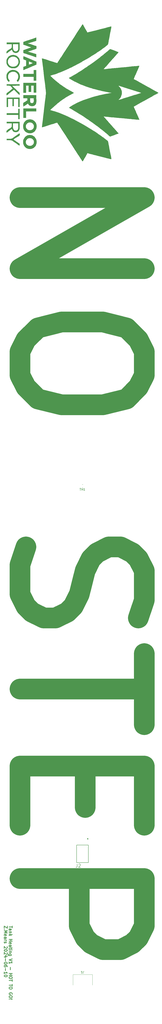
<source format=gbr>
%TF.GenerationSoftware,KiCad,Pcbnew,8.0.2*%
%TF.CreationDate,2024-06-10T17:16:30-04:00*%
%TF.ProjectId,heater,68656174-6572-42e6-9b69-6361645f7063,rev?*%
%TF.SameCoordinates,Original*%
%TF.FileFunction,Legend,Top*%
%TF.FilePolarity,Positive*%
%FSLAX46Y46*%
G04 Gerber Fmt 4.6, Leading zero omitted, Abs format (unit mm)*
G04 Created by KiCad (PCBNEW 8.0.2) date 2024-06-10 17:16:30*
%MOMM*%
%LPD*%
G01*
G04 APERTURE LIST*
%ADD10C,0.000000*%
%ADD11C,0.300000*%
%ADD12C,10.000000*%
%ADD13C,0.150000*%
%ADD14C,0.120000*%
%ADD15C,0.200000*%
%ADD16C,0.254000*%
G04 APERTURE END LIST*
D10*
G36*
X406735794Y-92016305D02*
G01*
X406909861Y-92035324D01*
X407079462Y-92061259D01*
X407244743Y-92094127D01*
X407405849Y-92133944D01*
X407562923Y-92180725D01*
X407716112Y-92234488D01*
X407865560Y-92295248D01*
X408011412Y-92363021D01*
X408153812Y-92437825D01*
X408292906Y-92519674D01*
X408428838Y-92608586D01*
X408561754Y-92704576D01*
X408691798Y-92807661D01*
X408819115Y-92917857D01*
X408943849Y-93035180D01*
X409066147Y-93159646D01*
X409157328Y-93276381D01*
X409242361Y-93395467D01*
X409321286Y-93516755D01*
X409394141Y-93640097D01*
X409460968Y-93765347D01*
X409521806Y-93892354D01*
X409576694Y-94020972D01*
X409625674Y-94151053D01*
X409668785Y-94282448D01*
X409706066Y-94415009D01*
X409737558Y-94548589D01*
X409763301Y-94683039D01*
X409797698Y-94953957D01*
X409809577Y-95226580D01*
X409799257Y-95499724D01*
X409767058Y-95772204D01*
X409713299Y-96042837D01*
X409638300Y-96310437D01*
X409542379Y-96573821D01*
X409425857Y-96831805D01*
X409289053Y-97083203D01*
X409132286Y-97326833D01*
X409041294Y-97438192D01*
X408943799Y-97544889D01*
X408840250Y-97646747D01*
X408731097Y-97743594D01*
X408616790Y-97835254D01*
X408497779Y-97921553D01*
X408374514Y-98002316D01*
X408247444Y-98077370D01*
X408117020Y-98146539D01*
X407983691Y-98209650D01*
X407847907Y-98266527D01*
X407710119Y-98316997D01*
X407570775Y-98360885D01*
X407430326Y-98398016D01*
X407289221Y-98428217D01*
X407147911Y-98451312D01*
X406950166Y-98465371D01*
X406754910Y-98472762D01*
X406562159Y-98473117D01*
X406371929Y-98466068D01*
X406184235Y-98451248D01*
X405999093Y-98428287D01*
X405816519Y-98396817D01*
X405636528Y-98356471D01*
X405459136Y-98306880D01*
X405284360Y-98247676D01*
X405112214Y-98178491D01*
X404942715Y-98098957D01*
X404775877Y-98008706D01*
X404611718Y-97907368D01*
X404450252Y-97794577D01*
X404291496Y-97669965D01*
X404183370Y-97564449D01*
X404080426Y-97455453D01*
X403982843Y-97343037D01*
X403890797Y-97227259D01*
X403804467Y-97108178D01*
X403724029Y-96985853D01*
X403649661Y-96860345D01*
X403581540Y-96731711D01*
X403519844Y-96600011D01*
X403464751Y-96465303D01*
X403416437Y-96327648D01*
X403375081Y-96187104D01*
X403340859Y-96043731D01*
X403313949Y-95897586D01*
X403294529Y-95748730D01*
X403282776Y-95597222D01*
X403281891Y-95510797D01*
X403281556Y-95424366D01*
X403281766Y-95337935D01*
X403282516Y-95251508D01*
X403282945Y-95204054D01*
X403961228Y-95204054D01*
X403962085Y-95306050D01*
X403967283Y-95408137D01*
X403976703Y-95509996D01*
X403990223Y-95611310D01*
X404007722Y-95711761D01*
X404029081Y-95811031D01*
X404054176Y-95908803D01*
X404082889Y-96004759D01*
X404115097Y-96098581D01*
X404150680Y-96189952D01*
X404222144Y-96322516D01*
X404297261Y-96448525D01*
X404376186Y-96568134D01*
X404459075Y-96681500D01*
X404546085Y-96788779D01*
X404637369Y-96890125D01*
X404733085Y-96985695D01*
X404833386Y-97075644D01*
X404938430Y-97160128D01*
X405048371Y-97239302D01*
X405163365Y-97313323D01*
X405283567Y-97382346D01*
X405409134Y-97446526D01*
X405540220Y-97506020D01*
X405676981Y-97560983D01*
X405819572Y-97611571D01*
X405959114Y-97639975D01*
X406098889Y-97662258D01*
X406238714Y-97678348D01*
X406378402Y-97688172D01*
X406517770Y-97691657D01*
X406656632Y-97688730D01*
X406794804Y-97679321D01*
X406932101Y-97663355D01*
X407068339Y-97640762D01*
X407203331Y-97611467D01*
X407336895Y-97575398D01*
X407468844Y-97532484D01*
X407598995Y-97482651D01*
X407727162Y-97425827D01*
X407853161Y-97361940D01*
X407976807Y-97290917D01*
X408080874Y-97212137D01*
X408180110Y-97130843D01*
X408274521Y-97046936D01*
X408364115Y-96960317D01*
X408448899Y-96870886D01*
X408528880Y-96778545D01*
X408604066Y-96683193D01*
X408674464Y-96584733D01*
X408740081Y-96483063D01*
X408800924Y-96378085D01*
X408857001Y-96269700D01*
X408908320Y-96157809D01*
X408954886Y-96042311D01*
X408996708Y-95923108D01*
X409033792Y-95800100D01*
X409066147Y-95673188D01*
X409082089Y-95501313D01*
X409088556Y-95332046D01*
X409085498Y-95165576D01*
X409072866Y-95002091D01*
X409050611Y-94841779D01*
X409018683Y-94684828D01*
X408977035Y-94531426D01*
X408925616Y-94381761D01*
X408864378Y-94236021D01*
X408793271Y-94094394D01*
X408712247Y-93957069D01*
X408621255Y-93824234D01*
X408520248Y-93696076D01*
X408409175Y-93572783D01*
X408287989Y-93454545D01*
X408156639Y-93341548D01*
X408038275Y-93262280D01*
X407917956Y-93189779D01*
X407795746Y-93123980D01*
X407671713Y-93064819D01*
X407545924Y-93012232D01*
X407418444Y-92966155D01*
X407289340Y-92926523D01*
X407158679Y-92893274D01*
X407026527Y-92866342D01*
X406892950Y-92845664D01*
X406758015Y-92831175D01*
X406621788Y-92822811D01*
X406484336Y-92820509D01*
X406345725Y-92824204D01*
X406206022Y-92833832D01*
X406065292Y-92849329D01*
X405941248Y-92876343D01*
X405821116Y-92908061D01*
X405704694Y-92944439D01*
X405591778Y-92985433D01*
X405482163Y-93030996D01*
X405375646Y-93081086D01*
X405272021Y-93135658D01*
X405171086Y-93194666D01*
X405072636Y-93258066D01*
X404976468Y-93325814D01*
X404882377Y-93397865D01*
X404790158Y-93474175D01*
X404699609Y-93554698D01*
X404610525Y-93639391D01*
X404522702Y-93728208D01*
X404435936Y-93821105D01*
X404385074Y-93900583D01*
X404337577Y-93980397D01*
X404293121Y-94060835D01*
X404251387Y-94142189D01*
X404212050Y-94224748D01*
X404174790Y-94308803D01*
X404139283Y-94394645D01*
X404105209Y-94482562D01*
X404054047Y-94611754D01*
X404026311Y-94706540D01*
X404003643Y-94803321D01*
X403985922Y-94901781D01*
X403973026Y-95001601D01*
X403964835Y-95102465D01*
X403961228Y-95204054D01*
X403282945Y-95204054D01*
X403284180Y-95067588D01*
X403291261Y-94909762D01*
X403304585Y-94756573D01*
X403324208Y-94607747D01*
X403350187Y-94463013D01*
X403382577Y-94322100D01*
X403421435Y-94184736D01*
X403466816Y-94050648D01*
X403518777Y-93919566D01*
X403577374Y-93791216D01*
X403642663Y-93665329D01*
X403714700Y-93541631D01*
X403793541Y-93419852D01*
X403879242Y-93299719D01*
X403971860Y-93180961D01*
X404071451Y-93063305D01*
X404178070Y-92946481D01*
X404312977Y-92825306D01*
X404451756Y-92713016D01*
X404594290Y-92609508D01*
X404740462Y-92514679D01*
X404890156Y-92428427D01*
X405043255Y-92350648D01*
X405199642Y-92281239D01*
X405359199Y-92220099D01*
X405521811Y-92167125D01*
X405687360Y-92122213D01*
X405855730Y-92085261D01*
X406026803Y-92056166D01*
X406200463Y-92034826D01*
X406376592Y-92021138D01*
X406484336Y-92017431D01*
X406555075Y-92014998D01*
X406735794Y-92016305D01*
G37*
G36*
X409661453Y-117104438D02*
G01*
X409000000Y-117104438D01*
X409000000Y-113267978D01*
X406883331Y-113267978D01*
X406883331Y-116707560D01*
X406221870Y-116707560D01*
X406221870Y-113267978D01*
X404105209Y-113267978D01*
X404105209Y-117104438D01*
X403377602Y-117104438D01*
X403377602Y-112540374D01*
X409661453Y-112540374D01*
X409661453Y-117104438D01*
G37*
G36*
X409000000Y-124248187D02*
G01*
X409661453Y-124248187D01*
X409677994Y-125889430D01*
X409685295Y-126403045D01*
X409687294Y-126812629D01*
X409691399Y-127022071D01*
X409689528Y-127142650D01*
X409683721Y-127261779D01*
X409673847Y-127379435D01*
X409659781Y-127495595D01*
X409641393Y-127610235D01*
X409618555Y-127723334D01*
X409591140Y-127834867D01*
X409559020Y-127944813D01*
X409522066Y-128053147D01*
X409480151Y-128159847D01*
X409433146Y-128264891D01*
X409380924Y-128368254D01*
X409323357Y-128469915D01*
X409260316Y-128569849D01*
X409191674Y-128668035D01*
X409117302Y-128764449D01*
X409047625Y-128828927D01*
X408976146Y-128888824D01*
X408902892Y-128944228D01*
X408827889Y-128995228D01*
X408751164Y-129041912D01*
X408672743Y-129084369D01*
X408592653Y-129122687D01*
X408510920Y-129156956D01*
X408427572Y-129187263D01*
X408342633Y-129213698D01*
X408256131Y-129236349D01*
X408168093Y-129255303D01*
X408078544Y-129270651D01*
X407987512Y-129282481D01*
X407895022Y-129290881D01*
X407801102Y-129295939D01*
X407709836Y-129292673D01*
X407619285Y-129285896D01*
X407529564Y-129275561D01*
X407440786Y-129261619D01*
X407353066Y-129244023D01*
X407266518Y-129222726D01*
X407181255Y-129197680D01*
X407097393Y-129168837D01*
X407015045Y-129136151D01*
X406934325Y-129099572D01*
X406855348Y-129059055D01*
X406778227Y-129014550D01*
X406703077Y-128966011D01*
X406630012Y-128913390D01*
X406559146Y-128856639D01*
X406490593Y-128795710D01*
X406437428Y-128733970D01*
X406387424Y-128671013D01*
X406340352Y-128606884D01*
X406295983Y-128541630D01*
X406254089Y-128475298D01*
X406214441Y-128407934D01*
X406176810Y-128339585D01*
X406140966Y-128270297D01*
X406106683Y-128200117D01*
X406073729Y-128129091D01*
X406010900Y-127984686D01*
X405950648Y-127837455D01*
X405891144Y-127687770D01*
X405333038Y-128097045D01*
X405162651Y-128222136D01*
X404833508Y-128466553D01*
X404506339Y-128713455D01*
X404181086Y-128962877D01*
X403857689Y-129214858D01*
X403724609Y-129318160D01*
X403608192Y-129409465D01*
X403575488Y-129430670D01*
X403561748Y-129439249D01*
X403549297Y-129446605D01*
X403537800Y-129452832D01*
X403526917Y-129458024D01*
X403521601Y-129460261D01*
X403516312Y-129462274D01*
X403511007Y-129464076D01*
X403505646Y-129465678D01*
X403500184Y-129467091D01*
X403494581Y-129468328D01*
X403482781Y-129470320D01*
X403469906Y-129471748D01*
X403455620Y-129472704D01*
X403439584Y-129473285D01*
X403421461Y-129473583D01*
X403377602Y-129473708D01*
X403350450Y-129356212D01*
X403338568Y-129297772D01*
X403328065Y-129239513D01*
X403319128Y-129181416D01*
X403311943Y-129123461D01*
X403306698Y-129065631D01*
X403303578Y-129007906D01*
X403302772Y-128950269D01*
X403304466Y-128892699D01*
X403308848Y-128835179D01*
X403316103Y-128777689D01*
X403326419Y-128720212D01*
X403339983Y-128662727D01*
X403356981Y-128605218D01*
X403377602Y-128547664D01*
X403452849Y-128459233D01*
X403532860Y-128373880D01*
X403617202Y-128291479D01*
X403705439Y-128211908D01*
X403797139Y-128135043D01*
X403891865Y-128060760D01*
X403989184Y-127988936D01*
X404088661Y-127919446D01*
X404189863Y-127852167D01*
X404292354Y-127786977D01*
X404499469Y-127662363D01*
X404706530Y-127544616D01*
X404910065Y-127432746D01*
X405103895Y-127325918D01*
X405183552Y-127280556D01*
X405253474Y-127238852D01*
X405314989Y-127199520D01*
X405369423Y-127161277D01*
X405418106Y-127122839D01*
X405462365Y-127082922D01*
X405503528Y-127040242D01*
X405542922Y-126993516D01*
X405581875Y-126941459D01*
X405621716Y-126882788D01*
X405663771Y-126816218D01*
X405709370Y-126740467D01*
X405816505Y-126556281D01*
X405828528Y-126459812D01*
X405837108Y-126375544D01*
X406468582Y-126375544D01*
X406469981Y-126643046D01*
X406473898Y-126772401D01*
X406480818Y-126898987D01*
X406491383Y-127022924D01*
X406506235Y-127144332D01*
X406526017Y-127263333D01*
X406551371Y-127380047D01*
X406582939Y-127494593D01*
X406621365Y-127607094D01*
X406667290Y-127717669D01*
X406721358Y-127826438D01*
X406784210Y-127933523D01*
X406856489Y-128039044D01*
X406938838Y-128143121D01*
X407031898Y-128245875D01*
X407079543Y-128286270D01*
X407127035Y-128322468D01*
X407174538Y-128354671D01*
X407222215Y-128383083D01*
X407270229Y-128407908D01*
X407318745Y-128429350D01*
X407367927Y-128447611D01*
X407417937Y-128462896D01*
X407468940Y-128475408D01*
X407521100Y-128485351D01*
X407574580Y-128492928D01*
X407629543Y-128498342D01*
X407686154Y-128501798D01*
X407744576Y-128503498D01*
X407804973Y-128503647D01*
X407867508Y-128502448D01*
X407929258Y-128491856D01*
X407989273Y-128478797D01*
X408047638Y-128463311D01*
X408104435Y-128445440D01*
X408159747Y-128425225D01*
X408213659Y-128402707D01*
X408266253Y-128377926D01*
X408317614Y-128350923D01*
X408367823Y-128321740D01*
X408416965Y-128290417D01*
X408465124Y-128256995D01*
X408512382Y-128221516D01*
X408558823Y-128184020D01*
X408604530Y-128144548D01*
X408649587Y-128103141D01*
X408694076Y-128059840D01*
X408744904Y-127972315D01*
X408789990Y-127883627D01*
X408829670Y-127793823D01*
X408864281Y-127702952D01*
X408894158Y-127611063D01*
X408919638Y-127518204D01*
X408941055Y-127424425D01*
X408958747Y-127329774D01*
X408973048Y-127234300D01*
X408984296Y-127138051D01*
X408992825Y-127041075D01*
X408998972Y-126943423D01*
X409005462Y-126746280D01*
X409006454Y-126547011D01*
X409005958Y-126306346D01*
X409004135Y-126005183D01*
X409000000Y-125041938D01*
X406486458Y-125041938D01*
X406474052Y-126058928D01*
X406468582Y-126375544D01*
X405837108Y-126375544D01*
X405838245Y-126364372D01*
X405851426Y-126175905D01*
X405857373Y-125989532D01*
X405857412Y-125803907D01*
X405852869Y-125617682D01*
X405845068Y-125429511D01*
X405824997Y-125041938D01*
X403377602Y-125041938D01*
X403377602Y-124248187D01*
X409000000Y-124248187D01*
G37*
G36*
X417731247Y-85156001D02*
G01*
X417382432Y-85286505D01*
X417174117Y-85362511D01*
X417096760Y-85389219D01*
X417023463Y-85413273D01*
X416847629Y-85468045D01*
X416653053Y-85528195D01*
X416448379Y-85590857D01*
X416234074Y-85656742D01*
X415788296Y-85793317D01*
X415104664Y-86003623D01*
X414670711Y-86136561D01*
X414464008Y-86200440D01*
X414272591Y-86258695D01*
X414104286Y-86310293D01*
X414056581Y-86322286D01*
X414018310Y-86331298D01*
X414001460Y-86334819D01*
X413985467Y-86337755D01*
X413969830Y-86340159D01*
X413954048Y-86342084D01*
X413937621Y-86343583D01*
X413920047Y-86344709D01*
X413900826Y-86345516D01*
X413879458Y-86346058D01*
X413828276Y-86346554D01*
X413762497Y-86346625D01*
X413762497Y-86478917D01*
X414010544Y-86529027D01*
X414155830Y-86563271D01*
X414299922Y-86600684D01*
X414443036Y-86640838D01*
X414585390Y-86683307D01*
X414868690Y-86773480D01*
X415151562Y-86867783D01*
X415375431Y-86942373D01*
X415840374Y-87097984D01*
X416555351Y-87336616D01*
X417007778Y-87487900D01*
X417224689Y-87560142D01*
X417423515Y-87627054D01*
X417599232Y-87685934D01*
X417663764Y-87710558D01*
X417689912Y-87721132D01*
X417712384Y-87731003D01*
X417731479Y-87740511D01*
X417739855Y-87745235D01*
X417747500Y-87749997D01*
X417754452Y-87754838D01*
X417760749Y-87759802D01*
X417766427Y-87764930D01*
X417771525Y-87770266D01*
X417776080Y-87775853D01*
X417780131Y-87781732D01*
X417783714Y-87787946D01*
X417786867Y-87794538D01*
X417789628Y-87801551D01*
X417792035Y-87809027D01*
X417794126Y-87817009D01*
X417795937Y-87825540D01*
X417798873Y-87844416D01*
X417801145Y-87865998D01*
X417804901Y-87918639D01*
X417803852Y-88068743D01*
X417803207Y-88230878D01*
X417801529Y-88401280D01*
X417800625Y-88572458D01*
X417797394Y-88992458D01*
X417622562Y-89063564D01*
X417447277Y-89132749D01*
X417095186Y-89265848D01*
X416740796Y-89392735D01*
X416383785Y-89514391D01*
X416174496Y-89584440D01*
X415740429Y-89729171D01*
X415074692Y-89952090D01*
X414651592Y-90093166D01*
X414450527Y-90160802D01*
X414264419Y-90222423D01*
X414100880Y-90276977D01*
X414054299Y-90289652D01*
X414016873Y-90299176D01*
X414000353Y-90302898D01*
X413984636Y-90306001D01*
X413969224Y-90308541D01*
X413953622Y-90310576D01*
X413937335Y-90312160D01*
X413919867Y-90313350D01*
X413900722Y-90314203D01*
X413879405Y-90314775D01*
X413828270Y-90315300D01*
X413762497Y-90315375D01*
X413762497Y-90447667D01*
X414012497Y-90499586D01*
X414152794Y-90532160D01*
X414292288Y-90567019D01*
X414431121Y-90603865D01*
X414569434Y-90642406D01*
X414845060Y-90723385D01*
X415120296Y-90807593D01*
X415334793Y-90873286D01*
X415780220Y-91010214D01*
X416464271Y-91220100D01*
X416897964Y-91353296D01*
X417105076Y-91416771D01*
X417295856Y-91475656D01*
X417464008Y-91527414D01*
X417508810Y-91542309D01*
X417544093Y-91554308D01*
X417572987Y-91564714D01*
X417598625Y-91574823D01*
X417624138Y-91585936D01*
X417652658Y-91599353D01*
X417687317Y-91616372D01*
X417731247Y-91638292D01*
X417731247Y-93159646D01*
X415569178Y-92456963D01*
X413413486Y-91734931D01*
X413033455Y-91606065D01*
X412316849Y-91362598D01*
X412096901Y-91287952D01*
X411895897Y-91219406D01*
X411719749Y-91159450D01*
X411636710Y-91129323D01*
X411606907Y-91117923D01*
X411580660Y-91107147D01*
X411554777Y-91095630D01*
X411526066Y-91082006D01*
X411447395Y-91042979D01*
X411447395Y-89720063D01*
X415283852Y-88397146D01*
X413699425Y-87833609D01*
X412110786Y-87282873D01*
X411874496Y-87202129D01*
X411667747Y-87131962D01*
X411616718Y-87112777D01*
X411577564Y-87097552D01*
X411561633Y-87090971D01*
X411547702Y-87084837D01*
X411535448Y-87078966D01*
X411524549Y-87073178D01*
X411514683Y-87067292D01*
X411505525Y-87061126D01*
X411496754Y-87054498D01*
X411488046Y-87047227D01*
X411479079Y-87039132D01*
X411469530Y-87030030D01*
X411447395Y-87008084D01*
X411445447Y-86972956D01*
X411443881Y-86937806D01*
X411441784Y-86867459D01*
X411440876Y-86797080D01*
X411440933Y-86726705D01*
X411441582Y-86555528D01*
X411443260Y-86375564D01*
X411444160Y-86194826D01*
X411447395Y-85751313D01*
X411672479Y-85658578D01*
X411898928Y-85569985D01*
X412126560Y-85484889D01*
X412355187Y-85402647D01*
X412814692Y-85244148D01*
X413275963Y-85089338D01*
X413613327Y-84975749D01*
X414496021Y-84679043D01*
X415912041Y-84202887D01*
X416405033Y-84037349D01*
X416707489Y-83935629D01*
X416845058Y-83889599D01*
X416981652Y-83842911D01*
X417117274Y-83794681D01*
X417184748Y-83769727D01*
X417252012Y-83744073D01*
X417319078Y-83717615D01*
X417385956Y-83690249D01*
X417434817Y-83671896D01*
X417455349Y-83664471D01*
X417473957Y-83658104D01*
X417491145Y-83652715D01*
X417507421Y-83648221D01*
X417523290Y-83644542D01*
X417539258Y-83641597D01*
X417555830Y-83639303D01*
X417573512Y-83637579D01*
X417592811Y-83636343D01*
X417614231Y-83635515D01*
X417665460Y-83634755D01*
X417731247Y-83634646D01*
X417731247Y-85156001D01*
G37*
G36*
X409661453Y-122991416D02*
G01*
X409000000Y-122991416D01*
X409000000Y-120940894D01*
X403377602Y-120940894D01*
X403377602Y-120147143D01*
X409000000Y-120147143D01*
X409000000Y-118030478D01*
X409661453Y-118030478D01*
X409661453Y-122991416D01*
G37*
G36*
X453553483Y-89217693D02*
G01*
X453591740Y-89228342D01*
X453626833Y-89239017D01*
X453663133Y-89251110D01*
X453705011Y-89266018D01*
X453822987Y-89309849D01*
X454049726Y-89393490D01*
X454293613Y-89485969D01*
X454544647Y-89579206D01*
X455204370Y-89826415D01*
X455875559Y-90077147D01*
X457055088Y-90518825D01*
X457145590Y-90551803D01*
X457236396Y-90583948D01*
X457327461Y-90615351D01*
X457418745Y-90646105D01*
X457397131Y-90696610D01*
X457373569Y-90745357D01*
X457348186Y-90792491D01*
X457321109Y-90838156D01*
X457292465Y-90882496D01*
X457262381Y-90925655D01*
X457230983Y-90967779D01*
X457198399Y-91009012D01*
X457164756Y-91049497D01*
X457130180Y-91089379D01*
X457058738Y-91167913D01*
X456910250Y-91324099D01*
X456692432Y-91556902D01*
X456586916Y-91669459D01*
X456492551Y-91771889D01*
X456399257Y-91875251D01*
X456215254Y-92084237D01*
X456033656Y-92295341D01*
X455853208Y-92507489D01*
X455574213Y-92832650D01*
X455292354Y-93154798D01*
X455006895Y-93473750D01*
X454717102Y-93789323D01*
X454558422Y-93961281D01*
X454401410Y-94134525D01*
X454245988Y-94309189D01*
X454092075Y-94485404D01*
X453990280Y-94601217D01*
X453887778Y-94716371D01*
X453681505Y-94945584D01*
X453519901Y-95125547D01*
X453359194Y-95306240D01*
X453199316Y-95487666D01*
X453040201Y-95669829D01*
X452938846Y-95784089D01*
X452836777Y-95897673D01*
X452631441Y-96123807D01*
X452481597Y-96292197D01*
X452334767Y-96462511D01*
X452190547Y-96635039D01*
X452048530Y-96810069D01*
X451925850Y-96958988D01*
X451800832Y-97105575D01*
X451673798Y-97250203D01*
X451545070Y-97393247D01*
X451283819Y-97676069D01*
X451019653Y-97957026D01*
X450876101Y-98108702D01*
X450763610Y-98228794D01*
X450672679Y-98328521D01*
X450593804Y-98419103D01*
X450517486Y-98511756D01*
X450434222Y-98617700D01*
X450334511Y-98748152D01*
X450208851Y-98914332D01*
X450385340Y-98890832D01*
X450996189Y-98816245D01*
X451607670Y-98748973D01*
X452832235Y-98627368D01*
X453298023Y-98582345D01*
X454553690Y-98461421D01*
X455736925Y-98347459D01*
X457652319Y-98163184D01*
X458220631Y-98108508D01*
X460491533Y-97889747D01*
X462828636Y-97664601D01*
X464138688Y-97538392D01*
X465368422Y-97420142D01*
X465819754Y-97376622D01*
X466435267Y-97317553D01*
X466615975Y-97299889D01*
X466830331Y-97281412D01*
X466937101Y-97273860D01*
X467043800Y-97267690D01*
X467150579Y-97263095D01*
X467257590Y-97260267D01*
X467364984Y-97259401D01*
X467472912Y-97260688D01*
X467424176Y-97411284D01*
X467373435Y-97560515D01*
X467320653Y-97708568D01*
X467265795Y-97855626D01*
X467208824Y-98001875D01*
X467149704Y-98147500D01*
X467088401Y-98292686D01*
X467024877Y-98437617D01*
X466952670Y-98601251D01*
X466799739Y-98946664D01*
X466478359Y-99673858D01*
X466316117Y-100041402D01*
X465960853Y-100849773D01*
X465608426Y-101659385D01*
X465503765Y-101900924D01*
X465314085Y-102343271D01*
X465126919Y-102786613D01*
X464942468Y-103231088D01*
X464760933Y-103676833D01*
X464905626Y-103732160D01*
X464972318Y-103760418D01*
X465038032Y-103789547D01*
X465102958Y-103819540D01*
X465167284Y-103850391D01*
X465231201Y-103882094D01*
X465294898Y-103914640D01*
X465422391Y-103982242D01*
X465614417Y-104086062D01*
X465819265Y-104197732D01*
X466034062Y-104314439D01*
X466407695Y-104519994D01*
X466779867Y-104727972D01*
X467150823Y-104938110D01*
X467520809Y-105150144D01*
X467889660Y-105360354D01*
X468259749Y-105568275D01*
X469002534Y-105979535D01*
X469125687Y-106047303D01*
X469620494Y-106319522D01*
X471550699Y-107390042D01*
X472223009Y-107763406D01*
X474416561Y-108986280D01*
X475510322Y-109603029D01*
X476601036Y-110225268D01*
X476585091Y-110270439D01*
X476569037Y-110310475D01*
X476560895Y-110328728D01*
X476552638Y-110345889D01*
X476544236Y-110362022D01*
X476535660Y-110377190D01*
X476526880Y-110391458D01*
X476517867Y-110404889D01*
X476508591Y-110417546D01*
X476499023Y-110429495D01*
X476489134Y-110440798D01*
X476478894Y-110451519D01*
X476468274Y-110461722D01*
X476457244Y-110471472D01*
X476445775Y-110480831D01*
X476433838Y-110489863D01*
X476408441Y-110507203D01*
X476380816Y-110524003D01*
X476350730Y-110540772D01*
X476201060Y-110617751D01*
X475988331Y-110729987D01*
X475757677Y-110849521D01*
X475280445Y-111101962D01*
X475159382Y-111165950D01*
X474900560Y-111305214D01*
X474643485Y-111447331D01*
X474387755Y-111591859D01*
X474132970Y-111738356D01*
X473724515Y-111972203D01*
X473314698Y-112203499D01*
X472491726Y-112660262D01*
X472368536Y-112728049D01*
X471873768Y-113000251D01*
X469944143Y-114070479D01*
X469266601Y-114446460D01*
X468211408Y-115033204D01*
X467158719Y-115624423D01*
X466974638Y-115728503D01*
X465986439Y-116290789D01*
X465773855Y-116411941D01*
X465368324Y-116644030D01*
X465185454Y-116748126D01*
X465023756Y-116840709D01*
X464980412Y-116862259D01*
X464962366Y-116870978D01*
X464946225Y-116878454D01*
X464931603Y-116884782D01*
X464918116Y-116890058D01*
X464905378Y-116894377D01*
X464893004Y-116897836D01*
X464880610Y-116900530D01*
X464867810Y-116902554D01*
X464854219Y-116904005D01*
X464839453Y-116904977D01*
X464823126Y-116905567D01*
X464804854Y-116905870D01*
X464760933Y-116905997D01*
X464991046Y-117466090D01*
X465225654Y-118024062D01*
X465464528Y-118580223D01*
X465707438Y-119134883D01*
X466095476Y-120016147D01*
X466175207Y-120197432D01*
X466947575Y-121964904D01*
X467088598Y-122288802D01*
X467283259Y-122736911D01*
X467341955Y-122870974D01*
X467385181Y-122971526D01*
X467417664Y-123048887D01*
X467440940Y-123108345D01*
X467449604Y-123133013D01*
X467456542Y-123155188D01*
X467461945Y-123175531D01*
X467466006Y-123194702D01*
X467468915Y-123213363D01*
X467470866Y-123232174D01*
X467472049Y-123251797D01*
X467472656Y-123272892D01*
X467472912Y-123322143D01*
X466814180Y-123281210D01*
X466156550Y-123230220D01*
X465499474Y-123172127D01*
X464842403Y-123109885D01*
X464374339Y-123065211D01*
X463112537Y-122944266D01*
X462323655Y-122868640D01*
X462190867Y-122855929D01*
X461923734Y-122830363D01*
X459428585Y-122591029D01*
X457288925Y-122385993D01*
X454798553Y-122147475D01*
X454533138Y-122122004D01*
X454401255Y-122109347D01*
X453482183Y-122021365D01*
X452246750Y-121902789D01*
X451793096Y-121859355D01*
X451174904Y-121799910D01*
X450992834Y-121782691D01*
X450795111Y-121762389D01*
X450696878Y-121751027D01*
X450598960Y-121738403D01*
X450501277Y-121724179D01*
X450403750Y-121708013D01*
X450306301Y-121689566D01*
X450208851Y-121668498D01*
X450395193Y-121881978D01*
X450582588Y-122094436D01*
X450771217Y-122305799D01*
X450961258Y-122515994D01*
X451111102Y-122684384D01*
X451257932Y-122854698D01*
X451402153Y-123027225D01*
X451544168Y-123202254D01*
X451667054Y-123351418D01*
X451792283Y-123498244D01*
X451919536Y-123643106D01*
X452048488Y-123786378D01*
X452310204Y-124069642D01*
X452574856Y-124351024D01*
X452719700Y-124506726D01*
X452862586Y-124663989D01*
X453003717Y-124822834D01*
X453143295Y-124983283D01*
X453243786Y-125098061D01*
X453345112Y-125212058D01*
X453549215Y-125438811D01*
X453710819Y-125618774D01*
X453871527Y-125799467D01*
X454031405Y-125980893D01*
X454190519Y-126163054D01*
X454291874Y-126277315D01*
X454393944Y-126390900D01*
X454599279Y-126617034D01*
X454749124Y-126785424D01*
X454895953Y-126955740D01*
X455040173Y-127128268D01*
X455182190Y-127303298D01*
X455305046Y-127452426D01*
X455430246Y-127599217D01*
X455557467Y-127744045D01*
X455686387Y-127887283D01*
X455948036Y-128170482D01*
X456212618Y-128451804D01*
X456358244Y-128608218D01*
X456501957Y-128766159D01*
X456643821Y-128925763D01*
X456783901Y-129087169D01*
X456845858Y-129158065D01*
X456908347Y-129228498D01*
X456971270Y-129298545D01*
X457034531Y-129368285D01*
X457183102Y-129531585D01*
X457319269Y-129679896D01*
X457352104Y-129721262D01*
X457365388Y-129738507D01*
X457376779Y-129753962D01*
X457386420Y-129768003D01*
X457394459Y-129781006D01*
X457397923Y-129787236D01*
X457401040Y-129793348D01*
X457403830Y-129799388D01*
X457406311Y-129805404D01*
X457408499Y-129811443D01*
X457410415Y-129817551D01*
X457412075Y-129823776D01*
X457413499Y-129830165D01*
X457415709Y-129843623D01*
X457417191Y-129858300D01*
X457418089Y-129874573D01*
X457418551Y-129892818D01*
X457418745Y-129936728D01*
X456019720Y-130447329D01*
X455369986Y-130684455D01*
X454621759Y-130957335D01*
X454387857Y-131042960D01*
X453924022Y-131211015D01*
X453772530Y-131264616D01*
X453657935Y-131303385D01*
X453567696Y-131331412D01*
X453489271Y-131352786D01*
X453317703Y-131391936D01*
X453258356Y-131360591D01*
X453211702Y-131335157D01*
X453191863Y-131323747D01*
X453173671Y-131312726D01*
X453156618Y-131301728D01*
X453140195Y-131290392D01*
X453123892Y-131278353D01*
X453107202Y-131265248D01*
X453089616Y-131250714D01*
X453070625Y-131234388D01*
X453026394Y-131194904D01*
X452970438Y-131143889D01*
X452781303Y-130975425D01*
X452590099Y-130796622D01*
X452226297Y-130465896D01*
X452042847Y-130297427D01*
X451945381Y-130210841D01*
X451847009Y-130125462D01*
X451747845Y-130041113D01*
X451648000Y-129957616D01*
X451446717Y-129792462D01*
X451244059Y-129628573D01*
X451056277Y-129474744D01*
X450869274Y-129319968D01*
X450473357Y-128994186D01*
X450074949Y-128672267D01*
X449673154Y-128354596D01*
X449267078Y-128041560D01*
X449001623Y-127836588D01*
X448737154Y-127630343D01*
X448002749Y-127058983D01*
X447264574Y-126492727D01*
X446519586Y-125935599D01*
X446143586Y-125661716D01*
X445764742Y-125391623D01*
X445588424Y-125265763D01*
X445412672Y-125139118D01*
X445061878Y-124884841D01*
X444274384Y-124319685D01*
X443482742Y-123760360D01*
X443002312Y-123421363D01*
X441849124Y-122622309D01*
X440684108Y-121840691D01*
X439507769Y-121076226D01*
X438320614Y-120328631D01*
X437123149Y-119597625D01*
X435915879Y-118882925D01*
X434699312Y-118184247D01*
X433473953Y-117501311D01*
X433531827Y-117437318D01*
X433591364Y-117376353D01*
X433652480Y-117318177D01*
X433715093Y-117262553D01*
X433779119Y-117209243D01*
X433844476Y-117158010D01*
X433911081Y-117108615D01*
X433978849Y-117060821D01*
X434047700Y-117014390D01*
X434117548Y-116969084D01*
X434259909Y-116880896D01*
X434552959Y-116707560D01*
X434774746Y-116575980D01*
X435480684Y-116170740D01*
X436193490Y-115782239D01*
X436912941Y-115409961D01*
X437638815Y-115053394D01*
X438370889Y-114712022D01*
X439108940Y-114385331D01*
X440602085Y-113773938D01*
X442116470Y-113215098D01*
X443650315Y-112704700D01*
X445201841Y-112238628D01*
X446769266Y-111812770D01*
X446935863Y-111769656D01*
X448117229Y-111478702D01*
X449303121Y-111209344D01*
X450492600Y-110956002D01*
X451684729Y-110713096D01*
X451819868Y-110685889D01*
X452713348Y-110507941D01*
X452944509Y-110461696D01*
X453158363Y-110419928D01*
X453344397Y-110383246D01*
X453407831Y-110374639D01*
X453470579Y-110367831D01*
X453532894Y-110362693D01*
X453595031Y-110359097D01*
X453657243Y-110356915D01*
X453719785Y-110356018D01*
X453782909Y-110356276D01*
X453846870Y-110357562D01*
X453846870Y-110225268D01*
X453713915Y-110215724D01*
X453544141Y-110200563D01*
X453375548Y-110182489D01*
X453207869Y-110161613D01*
X453040838Y-110138046D01*
X452874186Y-110111898D01*
X452707646Y-110083280D01*
X452540951Y-110052304D01*
X452373835Y-110019080D01*
X452161745Y-109976443D01*
X451478023Y-109836665D01*
X451239784Y-109787848D01*
X449462676Y-109409576D01*
X448576937Y-109209085D01*
X447693515Y-108999337D01*
X446812738Y-108779066D01*
X445934937Y-108547006D01*
X445060441Y-108301892D01*
X444189579Y-108042458D01*
X444031658Y-107993966D01*
X442766584Y-107589474D01*
X441511521Y-107155767D01*
X441054296Y-106984124D01*
X457418745Y-106984124D01*
X457513571Y-107055180D01*
X457634633Y-107156959D01*
X457750422Y-107262964D01*
X457861037Y-107373033D01*
X457966581Y-107487007D01*
X458067151Y-107604725D01*
X458162850Y-107726026D01*
X458253778Y-107850750D01*
X458340034Y-107978736D01*
X458421719Y-108109824D01*
X458498933Y-108243852D01*
X458571777Y-108380661D01*
X458640351Y-108520090D01*
X458704755Y-108661977D01*
X458765090Y-108806164D01*
X458821456Y-108952489D01*
X458873953Y-109100791D01*
X458923046Y-109240832D01*
X458973078Y-109440218D01*
X459010657Y-109640953D01*
X459036230Y-109842659D01*
X459050242Y-110044958D01*
X459053140Y-110247472D01*
X459045370Y-110449824D01*
X459027379Y-110651634D01*
X458999613Y-110852526D01*
X458962518Y-111052120D01*
X458916541Y-111250039D01*
X458862127Y-111445906D01*
X458799725Y-111639341D01*
X458729779Y-111829967D01*
X458652736Y-112017406D01*
X458569043Y-112201279D01*
X458479145Y-112381209D01*
X458423952Y-112471262D01*
X458366944Y-112559507D01*
X458308193Y-112646051D01*
X458247772Y-112731000D01*
X458185753Y-112814461D01*
X458122208Y-112896541D01*
X458057210Y-112977346D01*
X457990830Y-113056984D01*
X457854217Y-113213183D01*
X457712946Y-113365992D01*
X457567596Y-113516265D01*
X457418745Y-113664855D01*
X457532818Y-113649653D01*
X457645027Y-113632349D01*
X457755799Y-113612770D01*
X457865562Y-113590741D01*
X457974742Y-113566087D01*
X458083766Y-113538634D01*
X458193063Y-113508208D01*
X458303059Y-113474635D01*
X458550480Y-113396426D01*
X458818144Y-113310611D01*
X459102569Y-113220450D01*
X459712509Y-113026511D01*
X461174984Y-112562568D01*
X461512540Y-112455680D01*
X463332070Y-111884000D01*
X465153546Y-111318545D01*
X465610089Y-111177302D01*
X468266662Y-110357562D01*
X468266662Y-110225268D01*
X468120862Y-110180262D01*
X463797055Y-108837912D01*
X459477808Y-107480962D01*
X458990421Y-107327594D01*
X458721872Y-107241399D01*
X458453936Y-107153367D01*
X458308744Y-107105941D01*
X458170358Y-107060281D01*
X458032251Y-107013776D01*
X457950265Y-106987715D01*
X457911047Y-106975959D01*
X457872765Y-106965284D01*
X457835233Y-106955860D01*
X457798265Y-106947861D01*
X457761675Y-106941459D01*
X457725278Y-106936826D01*
X457688888Y-106934134D01*
X457652319Y-106933556D01*
X457615385Y-106935264D01*
X457577901Y-106939430D01*
X457539680Y-106946227D01*
X457500538Y-106955826D01*
X457460288Y-106968401D01*
X457418745Y-106984124D01*
X441054296Y-106984124D01*
X440269013Y-106689328D01*
X439041604Y-106186637D01*
X437831840Y-105644175D01*
X436642263Y-105058424D01*
X436055840Y-104748215D01*
X435475419Y-104425865D01*
X434901316Y-104090932D01*
X434333851Y-103742978D01*
X434201137Y-103660716D01*
X433909825Y-103478980D01*
X433815048Y-103418707D01*
X433743863Y-103371848D01*
X433688521Y-103333167D01*
X433641278Y-103297425D01*
X433594387Y-103259386D01*
X433540100Y-103213813D01*
X433540100Y-103015374D01*
X433681774Y-102941090D01*
X434567756Y-102466842D01*
X435445177Y-101980143D01*
X436314984Y-101479858D01*
X437178120Y-100964854D01*
X437364254Y-100851746D01*
X437967061Y-100480513D01*
X438567184Y-100104958D01*
X438754383Y-99987395D01*
X439616214Y-99436284D01*
X440470782Y-98874755D01*
X441319996Y-98305130D01*
X442165764Y-97729731D01*
X442446953Y-97537803D01*
X443831019Y-96579807D01*
X445201696Y-95602293D01*
X446558080Y-94605078D01*
X447899269Y-93587979D01*
X448254705Y-93315192D01*
X449059290Y-92693481D01*
X449857403Y-92063658D01*
X450647202Y-91423502D01*
X451038409Y-91098854D01*
X451426847Y-90770790D01*
X451594301Y-90629342D01*
X451762738Y-90489204D01*
X451932087Y-90350167D01*
X452102274Y-90212023D01*
X452222192Y-90113406D01*
X452340400Y-90013311D01*
X452457118Y-89911836D01*
X452572563Y-89809083D01*
X452686955Y-89705149D01*
X452800511Y-89600136D01*
X453025991Y-89387267D01*
X453082309Y-89341946D01*
X453107813Y-89322233D01*
X453132020Y-89304336D01*
X453155282Y-89288144D01*
X453177954Y-89273548D01*
X453200389Y-89260436D01*
X453222941Y-89248696D01*
X453245963Y-89238219D01*
X453269809Y-89228892D01*
X453294832Y-89220606D01*
X453321388Y-89213249D01*
X453349828Y-89206711D01*
X453380507Y-89200879D01*
X453413778Y-89195645D01*
X453449995Y-89190896D01*
X453553483Y-89217693D01*
G37*
G36*
X416474476Y-111415896D02*
G01*
X417731247Y-111415896D01*
X417747784Y-113152224D01*
X417755085Y-113695407D01*
X417757084Y-114128909D01*
X417761188Y-114350310D01*
X417759648Y-114478385D01*
X417754690Y-114605637D01*
X417745981Y-114731886D01*
X417733189Y-114856948D01*
X417715980Y-114980642D01*
X417694020Y-115102788D01*
X417666976Y-115223202D01*
X417634516Y-115341704D01*
X417596305Y-115458112D01*
X417552010Y-115572244D01*
X417501297Y-115683918D01*
X417443835Y-115792952D01*
X417379288Y-115899166D01*
X417307325Y-116002377D01*
X417227610Y-116102404D01*
X417139812Y-116199065D01*
X417074884Y-116250698D01*
X417008468Y-116300300D01*
X416940607Y-116347740D01*
X416871340Y-116392884D01*
X416800709Y-116435602D01*
X416728753Y-116475761D01*
X416655514Y-116513229D01*
X416581033Y-116547874D01*
X416505349Y-116579564D01*
X416428503Y-116608167D01*
X416350536Y-116633550D01*
X416271489Y-116655583D01*
X416191402Y-116674132D01*
X416110316Y-116689066D01*
X416028271Y-116700253D01*
X415945309Y-116707560D01*
X415814567Y-116717639D01*
X415703622Y-116720838D01*
X415594979Y-116720404D01*
X415488545Y-116716150D01*
X415384224Y-116707888D01*
X415281921Y-116695432D01*
X415181543Y-116678593D01*
X415082993Y-116657186D01*
X414986178Y-116631021D01*
X414891003Y-116599913D01*
X414797372Y-116563674D01*
X414705192Y-116522117D01*
X414614367Y-116475055D01*
X414524803Y-116422299D01*
X414436404Y-116363664D01*
X414349077Y-116298961D01*
X414262726Y-116228003D01*
X414217247Y-116183141D01*
X414173424Y-116138462D01*
X414131189Y-116093821D01*
X414090477Y-116049073D01*
X414051219Y-116004072D01*
X414013350Y-115958673D01*
X413976803Y-115912731D01*
X413941511Y-115866100D01*
X413907407Y-115818634D01*
X413874425Y-115770188D01*
X413842497Y-115720617D01*
X413811558Y-115669775D01*
X413781541Y-115617517D01*
X413752378Y-115563697D01*
X413724003Y-115508169D01*
X413696350Y-115450789D01*
X413267331Y-115724532D01*
X412842550Y-116004024D01*
X412420857Y-116288180D01*
X412001106Y-116575915D01*
X411812744Y-116705237D01*
X411643089Y-116822268D01*
X411600199Y-116849905D01*
X411567161Y-116870674D01*
X411553620Y-116878789D01*
X411541682Y-116885556D01*
X411531060Y-116891095D01*
X411521467Y-116895531D01*
X411512618Y-116898986D01*
X411504225Y-116901582D01*
X411496001Y-116903442D01*
X411487661Y-116904689D01*
X411478916Y-116905445D01*
X411469482Y-116905834D01*
X411447395Y-116905997D01*
X411405385Y-116400490D01*
X411377091Y-116015765D01*
X411364148Y-115729249D01*
X411363944Y-115615766D01*
X411368191Y-115518371D01*
X411377093Y-115434241D01*
X411390854Y-115360555D01*
X411409680Y-115294492D01*
X411433774Y-115233230D01*
X411463341Y-115173947D01*
X411498585Y-115113822D01*
X411586922Y-114979758D01*
X411651049Y-114940538D01*
X411715089Y-114903508D01*
X411779331Y-114868462D01*
X411844065Y-114835191D01*
X411909578Y-114803489D01*
X411976162Y-114773149D01*
X412044104Y-114743963D01*
X412113693Y-114715724D01*
X412160844Y-114693158D01*
X412207245Y-114669315D01*
X412252955Y-114644300D01*
X412298035Y-114618219D01*
X412342544Y-114591174D01*
X412386543Y-114563273D01*
X412473250Y-114505317D01*
X412558635Y-114445189D01*
X412643177Y-114383729D01*
X412811653Y-114260165D01*
X412966062Y-114150998D01*
X412992537Y-114132577D01*
X414736674Y-114132577D01*
X414738099Y-114211562D01*
X414741116Y-114288366D01*
X414746174Y-114363177D01*
X414753722Y-114436179D01*
X414764207Y-114507559D01*
X414778078Y-114577503D01*
X414795783Y-114646196D01*
X414817771Y-114713825D01*
X414844490Y-114780575D01*
X414876389Y-114846632D01*
X414913915Y-114912184D01*
X414957517Y-114977414D01*
X415007644Y-115042510D01*
X415064743Y-115107657D01*
X415117130Y-115133242D01*
X415169581Y-115156217D01*
X415222126Y-115176588D01*
X415274801Y-115194360D01*
X415327635Y-115209538D01*
X415380664Y-115222128D01*
X415433919Y-115232136D01*
X415487432Y-115239566D01*
X415541237Y-115244425D01*
X415595366Y-115246717D01*
X415649851Y-115246448D01*
X415704726Y-115243623D01*
X415760023Y-115238249D01*
X415815774Y-115230329D01*
X415872013Y-115219870D01*
X415928772Y-115206878D01*
X415982053Y-115174779D01*
X416031818Y-115142588D01*
X416078226Y-115110049D01*
X416121437Y-115076908D01*
X416161610Y-115042911D01*
X416198905Y-115007804D01*
X416233481Y-114971333D01*
X416265499Y-114933243D01*
X416295116Y-114893281D01*
X416322494Y-114851191D01*
X416347791Y-114806721D01*
X416371167Y-114759614D01*
X416392782Y-114709619D01*
X416412795Y-114656479D01*
X416431366Y-114599942D01*
X416448654Y-114539752D01*
X416458034Y-114481665D01*
X416465903Y-114423474D01*
X416472379Y-114365189D01*
X416477577Y-114306818D01*
X416484608Y-114189852D01*
X416487927Y-114072648D01*
X416488469Y-113955275D01*
X416487164Y-113837803D01*
X416482746Y-113602843D01*
X416474476Y-112871104D01*
X414754684Y-112871104D01*
X414742283Y-113706195D01*
X414736809Y-113967322D01*
X414736674Y-114132577D01*
X412992537Y-114132577D01*
X413083967Y-114068962D01*
X413172635Y-114010179D01*
X413208277Y-113988298D01*
X413239334Y-113970776D01*
X413266716Y-113957130D01*
X413291330Y-113946876D01*
X413314085Y-113939528D01*
X413335890Y-113934602D01*
X413357652Y-113931615D01*
X413380281Y-113930081D01*
X413431770Y-113929435D01*
X413431770Y-112871104D01*
X411447395Y-112871104D01*
X411447395Y-111415896D01*
X416474476Y-111415896D01*
G37*
G36*
X414927161Y-123104682D02*
G01*
X415086108Y-123118407D01*
X415240194Y-123139371D01*
X415389734Y-123167533D01*
X415535046Y-123202850D01*
X415676446Y-123245280D01*
X415814251Y-123294781D01*
X415948778Y-123351311D01*
X416080343Y-123414829D01*
X416209264Y-123485291D01*
X416335857Y-123562657D01*
X416460439Y-123646883D01*
X416583327Y-123737929D01*
X416704837Y-123835751D01*
X416825286Y-123940308D01*
X416944992Y-124051558D01*
X417060324Y-124177730D01*
X417167965Y-124307818D01*
X417267955Y-124441574D01*
X417360336Y-124578747D01*
X417445148Y-124719090D01*
X417522433Y-124862352D01*
X417592231Y-125008285D01*
X417654584Y-125156639D01*
X417709533Y-125307165D01*
X417757119Y-125459615D01*
X417797383Y-125613738D01*
X417830366Y-125769286D01*
X417856110Y-125926010D01*
X417874654Y-126083660D01*
X417886041Y-126241987D01*
X417890312Y-126400742D01*
X417887507Y-126559676D01*
X417877667Y-126718540D01*
X417860835Y-126877084D01*
X417837050Y-127035059D01*
X417806354Y-127192217D01*
X417768788Y-127348308D01*
X417724393Y-127503082D01*
X417673210Y-127656291D01*
X417615281Y-127807686D01*
X417550645Y-127957017D01*
X417479345Y-128104035D01*
X417401422Y-128248491D01*
X417316916Y-128390135D01*
X417225869Y-128528720D01*
X417128321Y-128663994D01*
X417024315Y-128795710D01*
X416913259Y-128908677D01*
X416798322Y-129015247D01*
X416679618Y-129115383D01*
X416557263Y-129209049D01*
X416431373Y-129296209D01*
X416302065Y-129376825D01*
X416169453Y-129450862D01*
X416033654Y-129518281D01*
X415894784Y-129579047D01*
X415752957Y-129633122D01*
X415608291Y-129680471D01*
X415460900Y-129721056D01*
X415310901Y-129754841D01*
X415158410Y-129781790D01*
X415003542Y-129801864D01*
X414846413Y-129815028D01*
X414672868Y-129816815D01*
X414502241Y-129811687D01*
X414334487Y-129799571D01*
X414169559Y-129780395D01*
X414007412Y-129754088D01*
X413847999Y-129720577D01*
X413691273Y-129679791D01*
X413537190Y-129631658D01*
X413385702Y-129576107D01*
X413236765Y-129513064D01*
X413090331Y-129442459D01*
X412946354Y-129364220D01*
X412804790Y-129278274D01*
X412665590Y-129184550D01*
X412528711Y-129082975D01*
X412394104Y-128973479D01*
X412269314Y-128849110D01*
X412153073Y-128722097D01*
X412045258Y-128592348D01*
X411945746Y-128459766D01*
X411854417Y-128324257D01*
X411771146Y-128185727D01*
X411695812Y-128044080D01*
X411628293Y-127899222D01*
X411568465Y-127751059D01*
X411516207Y-127599495D01*
X411471397Y-127444436D01*
X411433911Y-127285787D01*
X411403627Y-127123454D01*
X411380423Y-126957341D01*
X411364177Y-126787354D01*
X411354767Y-126613398D01*
X411355010Y-126444695D01*
X412673002Y-126444695D01*
X412674593Y-126534250D01*
X412678771Y-126624060D01*
X412685270Y-126714025D01*
X412704163Y-126894019D01*
X412734699Y-126989922D01*
X412769357Y-127082340D01*
X412808034Y-127171405D01*
X412850629Y-127257252D01*
X412897040Y-127340011D01*
X412947164Y-127419817D01*
X413000900Y-127496802D01*
X413058145Y-127571099D01*
X413118798Y-127642841D01*
X413182756Y-127712160D01*
X413249918Y-127779190D01*
X413320181Y-127844063D01*
X413393444Y-127906912D01*
X413469603Y-127967870D01*
X413548559Y-128027069D01*
X413630207Y-128084643D01*
X413720748Y-128130022D01*
X413813325Y-128170146D01*
X413907719Y-128205117D01*
X414003711Y-128235037D01*
X414101083Y-128260008D01*
X414199615Y-128280134D01*
X414299089Y-128295515D01*
X414399287Y-128306255D01*
X414499989Y-128312455D01*
X414600976Y-128314219D01*
X414702031Y-128311647D01*
X414802934Y-128304844D01*
X414903466Y-128293910D01*
X415003409Y-128278948D01*
X415102544Y-128260060D01*
X415200653Y-128237349D01*
X415306655Y-128196585D01*
X415407407Y-128153153D01*
X415503168Y-128106879D01*
X415594198Y-128057592D01*
X415680757Y-128005120D01*
X415763103Y-127949290D01*
X415841496Y-127889930D01*
X415916196Y-127826868D01*
X415987461Y-127759931D01*
X416055552Y-127688948D01*
X416120727Y-127613746D01*
X416183246Y-127534153D01*
X416243368Y-127449996D01*
X416301353Y-127361103D01*
X416357461Y-127267302D01*
X416411949Y-127168422D01*
X416466366Y-127029244D01*
X416508349Y-126888135D01*
X416538175Y-126745689D01*
X416556119Y-126602498D01*
X416562459Y-126459155D01*
X416557470Y-126316253D01*
X416541429Y-126174386D01*
X416514612Y-126034145D01*
X416477295Y-125896124D01*
X416429756Y-125760916D01*
X416372270Y-125629113D01*
X416305113Y-125501309D01*
X416228562Y-125378097D01*
X416142894Y-125260069D01*
X416048384Y-125147818D01*
X415945309Y-125041938D01*
X415842391Y-124973693D01*
X415740346Y-124911218D01*
X415638859Y-124854448D01*
X415537615Y-124803318D01*
X415436301Y-124757762D01*
X415334602Y-124717715D01*
X415232204Y-124683110D01*
X415128793Y-124653882D01*
X415024055Y-124629967D01*
X414917675Y-124611298D01*
X414809339Y-124597810D01*
X414698733Y-124589437D01*
X414585543Y-124586114D01*
X414469455Y-124587775D01*
X414350153Y-124594355D01*
X414227325Y-124605788D01*
X414120595Y-124629265D01*
X414017547Y-124657094D01*
X413918076Y-124689278D01*
X413822078Y-124725819D01*
X413729446Y-124766719D01*
X413640077Y-124811980D01*
X413553863Y-124861605D01*
X413470701Y-124915596D01*
X413390484Y-124973955D01*
X413313108Y-125036685D01*
X413238467Y-125103786D01*
X413166455Y-125175262D01*
X413096969Y-125251116D01*
X413029901Y-125331348D01*
X412965148Y-125415961D01*
X412902603Y-125504958D01*
X412858119Y-125585121D01*
X412819157Y-125666638D01*
X412785451Y-125749407D01*
X412756735Y-125833330D01*
X412732741Y-125918306D01*
X412713202Y-126004236D01*
X412697852Y-126091020D01*
X412686424Y-126178557D01*
X412678651Y-126266749D01*
X412674266Y-126355495D01*
X412673002Y-126444695D01*
X411355010Y-126444695D01*
X411355036Y-126426969D01*
X411361362Y-126244536D01*
X411374048Y-126065936D01*
X411393397Y-125891006D01*
X411419711Y-125719582D01*
X411453295Y-125551500D01*
X411494451Y-125386597D01*
X411543482Y-125224708D01*
X411600691Y-125065670D01*
X411666382Y-124909320D01*
X411740858Y-124755493D01*
X411824422Y-124604026D01*
X411917376Y-124454756D01*
X412020024Y-124307518D01*
X412132670Y-124162149D01*
X412255615Y-124018485D01*
X412392814Y-123891699D01*
X412531907Y-123776139D01*
X412673047Y-123671379D01*
X412816384Y-123576992D01*
X412962071Y-123492551D01*
X413110258Y-123417632D01*
X413261098Y-123351806D01*
X413414742Y-123294647D01*
X413571342Y-123245730D01*
X413731049Y-123204627D01*
X413894016Y-123170913D01*
X414060392Y-123144160D01*
X414230331Y-123123943D01*
X414403983Y-123109834D01*
X414581500Y-123101409D01*
X414585543Y-123101338D01*
X414763035Y-123098239D01*
X414927161Y-123104682D01*
G37*
G36*
X440068014Y-77234673D02*
G01*
X440108555Y-77251109D01*
X440127078Y-77259492D01*
X440144522Y-77268021D01*
X440160949Y-77276723D01*
X440176423Y-77285625D01*
X440191008Y-77294752D01*
X440204767Y-77304131D01*
X440217764Y-77313790D01*
X440230061Y-77323755D01*
X440241723Y-77334052D01*
X440252814Y-77344708D01*
X440263396Y-77355749D01*
X440273532Y-77367204D01*
X440292725Y-77391456D01*
X440310900Y-77417677D01*
X440328565Y-77446081D01*
X440346228Y-77476880D01*
X440427017Y-77628295D01*
X440547474Y-77848372D01*
X440675583Y-78086665D01*
X440807953Y-78329092D01*
X441011219Y-78701364D01*
X441178307Y-79005757D01*
X441347162Y-79309139D01*
X441688438Y-79913944D01*
X441794216Y-80100786D01*
X441893852Y-80276712D01*
X441986450Y-80440397D01*
X442070466Y-80586549D01*
X442155498Y-80732111D01*
X442215572Y-80834596D01*
X442260717Y-80913388D01*
X442278357Y-80945565D01*
X442293064Y-80973819D01*
X442305106Y-80998816D01*
X442314748Y-81021224D01*
X442322257Y-81041708D01*
X442327900Y-81060936D01*
X442331943Y-81079574D01*
X442334654Y-81098288D01*
X442336298Y-81117747D01*
X442337142Y-81138616D01*
X442337498Y-81187251D01*
X445473173Y-80390513D01*
X446260128Y-80190513D01*
X448742849Y-79559120D01*
X451223776Y-78920723D01*
X451365931Y-78883772D01*
X452709570Y-78532358D01*
X453114616Y-78426438D01*
X453292229Y-78379125D01*
X453452030Y-78337473D01*
X453587856Y-78301594D01*
X453630201Y-78293421D01*
X453665252Y-78287280D01*
X453681474Y-78284880D01*
X453697593Y-78282879D01*
X453714181Y-78281241D01*
X453731811Y-78279929D01*
X453751057Y-78278908D01*
X453772492Y-78278140D01*
X453824220Y-78277221D01*
X453891581Y-78276883D01*
X453979162Y-78276834D01*
X453960602Y-78453429D01*
X453939193Y-78629109D01*
X453915187Y-78804076D01*
X453888836Y-78978531D01*
X453830109Y-79326711D01*
X453765028Y-79675263D01*
X453719688Y-79912430D01*
X453570919Y-80683922D01*
X453545177Y-80816957D01*
X453303768Y-82060415D01*
X452997604Y-83645790D01*
X452781034Y-84763992D01*
X452716193Y-85097226D01*
X452652460Y-85430674D01*
X452580848Y-85802011D01*
X452507740Y-86173057D01*
X452466677Y-86395282D01*
X452436598Y-86536644D01*
X452421073Y-86602173D01*
X452404687Y-86664627D01*
X452387041Y-86724277D01*
X452367731Y-86781393D01*
X452346357Y-86836246D01*
X452322516Y-86889106D01*
X452295806Y-86940243D01*
X452265827Y-86989927D01*
X452232176Y-87038429D01*
X452194452Y-87086019D01*
X452152253Y-87132968D01*
X452105177Y-87179545D01*
X452052822Y-87226021D01*
X451994787Y-87272667D01*
X451880033Y-87374453D01*
X451702026Y-87520250D01*
X451523498Y-87665408D01*
X451384294Y-87778079D01*
X450868563Y-88183376D01*
X450345301Y-88579218D01*
X449815703Y-88966939D01*
X449280962Y-89347875D01*
X448200823Y-90094729D01*
X447114433Y-90830460D01*
X446575222Y-91196459D01*
X446022443Y-91564076D01*
X445464616Y-91921916D01*
X444901198Y-92270887D01*
X444331642Y-92611895D01*
X444167851Y-92710821D01*
X444005022Y-92811254D01*
X443681084Y-93014952D01*
X442774344Y-93574497D01*
X441859778Y-94120089D01*
X440937704Y-94652913D01*
X440008438Y-95174155D01*
X439762022Y-95311086D01*
X439515964Y-95448653D01*
X437933452Y-96321522D01*
X436337214Y-97168553D01*
X435532818Y-97579801D01*
X434723635Y-97981496D01*
X433909211Y-98372606D01*
X433089096Y-98752101D01*
X432794801Y-98887931D01*
X432501404Y-99025697D01*
X431534271Y-99468762D01*
X430559847Y-99890939D01*
X429577848Y-100291723D01*
X428587989Y-100670607D01*
X427589987Y-101027086D01*
X426583555Y-101360655D01*
X425568411Y-101670809D01*
X424544270Y-101957042D01*
X424539809Y-102001889D01*
X424538353Y-102020378D01*
X424537564Y-102036684D01*
X424537552Y-102051137D01*
X424538431Y-102064065D01*
X424539239Y-102070060D01*
X424540312Y-102075798D01*
X424541664Y-102081320D01*
X424543309Y-102086666D01*
X424545260Y-102091879D01*
X424547532Y-102096999D01*
X424550139Y-102102067D01*
X424553095Y-102107125D01*
X424560109Y-102117375D01*
X424568687Y-102128078D01*
X424578941Y-102139564D01*
X424590983Y-102152162D01*
X424620880Y-102182012D01*
X424728237Y-102288546D01*
X424846622Y-102406691D01*
X424974216Y-102531684D01*
X425103489Y-102659518D01*
X425290411Y-102841243D01*
X425384640Y-102931035D01*
X425479556Y-103020013D01*
X425575293Y-103108101D01*
X425671980Y-103195221D01*
X425769751Y-103281299D01*
X425868736Y-103366258D01*
X425930116Y-103419394D01*
X425991020Y-103473011D01*
X426111719Y-103581408D01*
X426350876Y-103800857D01*
X426462688Y-103901854D01*
X426575251Y-104001666D01*
X426688565Y-104100396D01*
X426802627Y-104198147D01*
X427032989Y-104391127D01*
X427266323Y-104581429D01*
X427387117Y-104681037D01*
X427506923Y-104781651D01*
X427625983Y-104883145D01*
X427744541Y-104985393D01*
X427973404Y-105179184D01*
X428205317Y-105368893D01*
X428439863Y-105555119D01*
X428676625Y-105738461D01*
X429155130Y-106098885D01*
X429637497Y-106454957D01*
X429795109Y-106571423D01*
X430408236Y-107011187D01*
X431030612Y-107434376D01*
X431661405Y-107842920D01*
X432299777Y-108238752D01*
X432944894Y-108623801D01*
X433595922Y-109000000D01*
X434912369Y-109733569D01*
X435132598Y-109854686D01*
X435352184Y-109976809D01*
X435571036Y-110100238D01*
X435789059Y-110225268D01*
X435766987Y-110290927D01*
X435757587Y-110317802D01*
X435748912Y-110341253D01*
X435740684Y-110361688D01*
X435732629Y-110379517D01*
X435724471Y-110395148D01*
X435715934Y-110408991D01*
X435706743Y-110421454D01*
X435696622Y-110432945D01*
X435685296Y-110443875D01*
X435672489Y-110454652D01*
X435657925Y-110465684D01*
X435641330Y-110477381D01*
X435600941Y-110504405D01*
X435439468Y-110584163D01*
X435256840Y-110676291D01*
X435057320Y-110775107D01*
X434745765Y-110935962D01*
X434436563Y-111100320D01*
X434129417Y-111267885D01*
X433824026Y-111438362D01*
X433217321Y-111786876D01*
X432614059Y-112143500D01*
X432445755Y-112243556D01*
X431797512Y-112640542D01*
X431158864Y-113052895D01*
X430529763Y-113479863D01*
X429910160Y-113920694D01*
X429300004Y-114374637D01*
X428699248Y-114840939D01*
X428107842Y-115318850D01*
X427525738Y-115807616D01*
X427387552Y-115923935D01*
X427248146Y-116038649D01*
X427107816Y-116152245D01*
X426966858Y-116265212D01*
X426819465Y-116387252D01*
X426674329Y-116511590D01*
X426531089Y-116637898D01*
X426389386Y-116765853D01*
X426109152Y-117025400D01*
X425830753Y-117287631D01*
X425703332Y-117406398D01*
X425574753Y-117523623D01*
X425444789Y-117639318D01*
X425313213Y-117753493D01*
X425204019Y-117849311D01*
X425096795Y-117947106D01*
X424991244Y-118046599D01*
X424887066Y-118147506D01*
X424783964Y-118249546D01*
X424681638Y-118352437D01*
X424478123Y-118559646D01*
X424740892Y-118648060D01*
X425004415Y-118733121D01*
X425268923Y-118815095D01*
X425534645Y-118894248D01*
X427036977Y-119362272D01*
X428527567Y-119881274D01*
X430005002Y-120447017D01*
X431467872Y-121055262D01*
X432914765Y-121701772D01*
X434344270Y-122382308D01*
X435754975Y-123092633D01*
X437145470Y-123828509D01*
X437444070Y-123988460D01*
X437743202Y-124147418D01*
X439176254Y-124923640D01*
X440596892Y-125721741D01*
X442005909Y-126540253D01*
X443404098Y-127377711D01*
X443569591Y-127478206D01*
X444349961Y-127961375D01*
X445125191Y-128452552D01*
X445896218Y-128950323D01*
X446663977Y-129453277D01*
X447230221Y-129824977D01*
X447724117Y-130153349D01*
X448213153Y-130487376D01*
X448696912Y-130828914D01*
X448936683Y-131003081D01*
X449174980Y-131179824D01*
X449318708Y-131284963D01*
X449463368Y-131388792D01*
X449754097Y-131594508D01*
X450058853Y-131814454D01*
X450360548Y-132038122D01*
X450659710Y-132265179D01*
X450956867Y-132495292D01*
X451136667Y-132634994D01*
X451316793Y-132774279D01*
X451564840Y-132967032D01*
X451680206Y-133056029D01*
X451790148Y-133141959D01*
X451885879Y-133216323D01*
X451994787Y-133310164D01*
X452155125Y-133431117D01*
X452179542Y-133456931D01*
X452202587Y-133483359D01*
X452224311Y-133510379D01*
X452244766Y-133537966D01*
X452282082Y-133594749D01*
X452314952Y-133653521D01*
X452343795Y-133714093D01*
X452369028Y-133776278D01*
X452391070Y-133839886D01*
X452410340Y-133904729D01*
X452427255Y-133970621D01*
X452442233Y-134037371D01*
X452468054Y-134172698D01*
X452514862Y-134445384D01*
X452563885Y-134692531D01*
X452629134Y-135027139D01*
X452692970Y-135362025D01*
X452760694Y-135712707D01*
X452829357Y-136063208D01*
X453056980Y-137240401D01*
X453378595Y-138900077D01*
X453602089Y-140050437D01*
X453656134Y-140329169D01*
X453832611Y-141245486D01*
X453877893Y-141479060D01*
X453918608Y-141692904D01*
X453954260Y-141878589D01*
X453962480Y-141932851D01*
X453968656Y-141976857D01*
X453973082Y-142015615D01*
X453974730Y-142034591D01*
X453976049Y-142054134D01*
X453977077Y-142074870D01*
X453977849Y-142097423D01*
X453978773Y-142150491D01*
X453979114Y-142218345D01*
X453979162Y-142305995D01*
X453844958Y-142290257D01*
X453711998Y-142272308D01*
X453580013Y-142252068D01*
X453448735Y-142229456D01*
X453317895Y-142204392D01*
X453187224Y-142176795D01*
X453056455Y-142146585D01*
X452925318Y-142113681D01*
X452773943Y-142075046D01*
X452277458Y-141947108D01*
X451921246Y-141855815D01*
X450961893Y-141609012D01*
X449963032Y-141352420D01*
X448316976Y-140929400D01*
X445954845Y-140323172D01*
X445590296Y-140229770D01*
X445059526Y-140093779D01*
X443256821Y-139631484D01*
X443111771Y-139594264D01*
X442337498Y-139395579D01*
X442276173Y-139584311D01*
X442251734Y-139653305D01*
X442226303Y-139719826D01*
X442199673Y-139784444D01*
X442171640Y-139847728D01*
X442142000Y-139910246D01*
X442110548Y-139972568D01*
X442077079Y-140035262D01*
X442041389Y-140098899D01*
X441941479Y-140274402D01*
X441833134Y-140462184D01*
X441720528Y-140659263D01*
X441477116Y-141084044D01*
X441057728Y-141818690D01*
X440770668Y-142322535D01*
X440700252Y-142446139D01*
X440501175Y-142794856D01*
X440385498Y-142997493D01*
X440329924Y-143090512D01*
X440272784Y-143182593D01*
X440214296Y-143273833D01*
X440154682Y-143364329D01*
X440109673Y-143348385D01*
X440069355Y-143332105D01*
X440033249Y-143315303D01*
X440016625Y-143306649D01*
X440000874Y-143297795D01*
X439985936Y-143288717D01*
X439971751Y-143279393D01*
X439958258Y-143269799D01*
X439945398Y-143259912D01*
X439933110Y-143249709D01*
X439921335Y-143239167D01*
X439899083Y-143216970D01*
X439878161Y-143193137D01*
X439858089Y-143167482D01*
X439838386Y-143139818D01*
X439818573Y-143109960D01*
X439728611Y-142964869D01*
X439596176Y-142754901D01*
X439526878Y-142643329D01*
X439383171Y-142413601D01*
X439238613Y-142184405D01*
X439095043Y-141956515D01*
X438964468Y-141750788D01*
X438832329Y-141546195D01*
X438698549Y-141342678D01*
X438563049Y-141140178D01*
X438262553Y-140689618D01*
X437964897Y-140237202D01*
X437373619Y-139329692D01*
X436748173Y-138370322D01*
X436499611Y-137989207D01*
X436375523Y-137798941D01*
X436008682Y-137236281D01*
X434697655Y-135228393D01*
X433265118Y-133034114D01*
X432647133Y-132086467D01*
X431907642Y-130952426D01*
X430596611Y-128944541D01*
X429288681Y-126941302D01*
X428766750Y-126141868D01*
X428629711Y-125932113D01*
X428369713Y-125534491D01*
X428251533Y-125353545D01*
X428147858Y-125194995D01*
X428072136Y-125075015D01*
X427997710Y-124954328D01*
X427924282Y-124833029D01*
X427851559Y-124711207D01*
X427771527Y-124720235D01*
X427692282Y-124731090D01*
X427613745Y-124743659D01*
X427535835Y-124757830D01*
X427381578Y-124790524D01*
X427228877Y-124828269D01*
X427077094Y-124870163D01*
X426925591Y-124915302D01*
X426620884Y-125011706D01*
X426392910Y-125083995D01*
X425656345Y-125318923D01*
X425148189Y-125480250D01*
X422942306Y-126185042D01*
X422132778Y-126444720D01*
X421574764Y-126625091D01*
X421237751Y-126733306D01*
X421085243Y-126783236D01*
X421002220Y-126808837D01*
X420922884Y-126831168D01*
X420845787Y-126850187D01*
X420807627Y-126858440D01*
X420769483Y-126865847D01*
X420731175Y-126872405D01*
X420692523Y-126878106D01*
X420653344Y-126882945D01*
X420613458Y-126886917D01*
X420572684Y-126890016D01*
X420530842Y-126892236D01*
X420487749Y-126893572D01*
X420443226Y-126894019D01*
X420513888Y-126186212D01*
X420589770Y-125479148D01*
X420670193Y-124772582D01*
X420754478Y-124066268D01*
X420807327Y-123629344D01*
X420920258Y-122697234D01*
X421098671Y-121221747D01*
X421348534Y-119152648D01*
X421364490Y-119020617D01*
X421621746Y-116896720D01*
X421886360Y-114706912D01*
X422034752Y-113481021D01*
X422173851Y-112329944D01*
X422225044Y-111908782D01*
X422294544Y-111331897D01*
X422315327Y-111165572D01*
X422338939Y-110926413D01*
X422353919Y-110688692D01*
X422360733Y-110451958D01*
X422359847Y-110215758D01*
X422351728Y-109979640D01*
X422336842Y-109743154D01*
X422315654Y-109505847D01*
X422288631Y-109267268D01*
X422264893Y-109067872D01*
X422185368Y-108412866D01*
X422128673Y-107940717D01*
X421990192Y-106795653D01*
X421829140Y-105461388D01*
X421541901Y-103081279D01*
X421262783Y-100772441D01*
X421245422Y-100628581D01*
X421057938Y-99073949D01*
X421041317Y-98935990D01*
X420975544Y-98390069D01*
X420766788Y-96662110D01*
X420647327Y-95673211D01*
X420591652Y-95213714D01*
X420516048Y-94588015D01*
X420493435Y-94403119D01*
X420473183Y-94233912D01*
X420455524Y-94088059D01*
X420451520Y-94038296D01*
X420448495Y-93988462D01*
X420446312Y-93938572D01*
X420444835Y-93888642D01*
X420443445Y-93788719D01*
X420443226Y-93688813D01*
X420559636Y-93704285D01*
X420674020Y-93722094D01*
X420786849Y-93742375D01*
X420898595Y-93765262D01*
X421009731Y-93790889D01*
X421120727Y-93819390D01*
X421232055Y-93850901D01*
X421344189Y-93885554D01*
X421468986Y-93925374D01*
X421875439Y-94056491D01*
X422165222Y-94149331D01*
X422930389Y-94395524D01*
X423684502Y-94637980D01*
X423833912Y-94685948D01*
X425470310Y-95210166D01*
X425623321Y-95259095D01*
X426520786Y-95544280D01*
X426798965Y-95632720D01*
X427181980Y-95753819D01*
X427400490Y-95823043D01*
X427466025Y-95842726D01*
X427493517Y-95850647D01*
X427518373Y-95857382D01*
X427541254Y-95863003D01*
X427562821Y-95867580D01*
X427583734Y-95871185D01*
X427604654Y-95873889D01*
X427626242Y-95875763D01*
X427649158Y-95876879D01*
X427674064Y-95877307D01*
X427701620Y-95877119D01*
X427767325Y-95875177D01*
X427851559Y-95871625D01*
X427893983Y-95814056D01*
X427934710Y-95756896D01*
X427973992Y-95699824D01*
X428012078Y-95642517D01*
X428049219Y-95584650D01*
X428085667Y-95525902D01*
X428121671Y-95465950D01*
X428157482Y-95404469D01*
X428334991Y-95108882D01*
X428425392Y-94957469D01*
X428473184Y-94879742D01*
X428521683Y-94802531D01*
X428620484Y-94649375D01*
X428721161Y-94497433D01*
X428823078Y-94346137D01*
X429031671Y-94034211D01*
X429238801Y-93721350D01*
X429649898Y-93093500D01*
X429777718Y-92897242D01*
X430037312Y-92498446D01*
X430662758Y-91539073D01*
X430911320Y-91157960D01*
X431035408Y-90967693D01*
X431402248Y-90405034D01*
X432856098Y-88178781D01*
X434267704Y-86015897D01*
X435964954Y-83416281D01*
X437376560Y-81253396D01*
X438887096Y-78938157D01*
X439097351Y-78616138D01*
X439557995Y-77916076D01*
X440022392Y-77218501D01*
X440068014Y-77234673D01*
G37*
G36*
X414528457Y-130631631D02*
G01*
X414665265Y-130633866D01*
X414836428Y-130644939D01*
X415006833Y-130664119D01*
X415176209Y-130691243D01*
X415344288Y-130726148D01*
X415510798Y-130768672D01*
X415675472Y-130818652D01*
X415838039Y-130875926D01*
X415998230Y-130940332D01*
X416155776Y-131011707D01*
X416310406Y-131089888D01*
X416449686Y-131182515D01*
X416582010Y-131279973D01*
X416707545Y-131382193D01*
X416826457Y-131489103D01*
X416938912Y-131600630D01*
X417045077Y-131716704D01*
X417145118Y-131837252D01*
X417239202Y-131962203D01*
X417327496Y-132091486D01*
X417410165Y-132225028D01*
X417487377Y-132362759D01*
X417559297Y-132504606D01*
X417626092Y-132650498D01*
X417687929Y-132800363D01*
X417744974Y-132954130D01*
X417797394Y-133111728D01*
X417832082Y-133296349D01*
X417858839Y-133481278D01*
X417877545Y-133666252D01*
X417888083Y-133851011D01*
X417890334Y-134035291D01*
X417884180Y-134218832D01*
X417869503Y-134401371D01*
X417846185Y-134582648D01*
X417814108Y-134762400D01*
X417773153Y-134940366D01*
X417723202Y-135116284D01*
X417664137Y-135289893D01*
X417595840Y-135460930D01*
X417518192Y-135629134D01*
X417431076Y-135794243D01*
X417334373Y-135955996D01*
X417227283Y-136090305D01*
X417118462Y-136218676D01*
X417007562Y-136341027D01*
X416894234Y-136457271D01*
X416778128Y-136567324D01*
X416658894Y-136671102D01*
X416536184Y-136768519D01*
X416409647Y-136859491D01*
X416278936Y-136943933D01*
X416143700Y-137021759D01*
X416003590Y-137092887D01*
X415858257Y-137157230D01*
X415707351Y-137214703D01*
X415550523Y-137265223D01*
X415387424Y-137308704D01*
X415217705Y-137345061D01*
X414981896Y-137367343D01*
X414863861Y-137374836D01*
X414745860Y-137379611D01*
X414627984Y-137381453D01*
X414510325Y-137380147D01*
X414392972Y-137375477D01*
X414276017Y-137367229D01*
X414159551Y-137355188D01*
X414043665Y-137339138D01*
X413928451Y-137318865D01*
X413813997Y-137294153D01*
X413700397Y-137264789D01*
X413587741Y-137230556D01*
X413476119Y-137191239D01*
X413365623Y-137146624D01*
X413231781Y-137095462D01*
X413153420Y-137060168D01*
X413076808Y-137022606D01*
X412928764Y-136940923D01*
X412787522Y-136850901D01*
X412652954Y-136753031D01*
X412524933Y-136647802D01*
X412403331Y-136535704D01*
X412288019Y-136417227D01*
X412178871Y-136292860D01*
X412075759Y-136163094D01*
X411978554Y-136028418D01*
X411887130Y-135889322D01*
X411801359Y-135746295D01*
X411721112Y-135599828D01*
X411646263Y-135450409D01*
X411576683Y-135298530D01*
X411512245Y-135144679D01*
X411465925Y-135003245D01*
X411426319Y-134856592D01*
X411393399Y-134705491D01*
X411367140Y-134550712D01*
X411347512Y-134393026D01*
X411334490Y-134233203D01*
X411328046Y-134072013D01*
X411328068Y-134038885D01*
X412667649Y-134038885D01*
X412671613Y-134134561D01*
X412679763Y-134230143D01*
X412692012Y-134325457D01*
X412708273Y-134420325D01*
X412728459Y-134514571D01*
X412752483Y-134608020D01*
X412799335Y-134715453D01*
X412848293Y-134815944D01*
X412899611Y-134909941D01*
X412953539Y-134997891D01*
X413010328Y-135080241D01*
X413070231Y-135157438D01*
X413133499Y-135229930D01*
X413200383Y-135298163D01*
X413271135Y-135362585D01*
X413346006Y-135423642D01*
X413425249Y-135481783D01*
X413509113Y-135537454D01*
X413597851Y-135591102D01*
X413691715Y-135643175D01*
X413790956Y-135694120D01*
X413895824Y-135744384D01*
X413987213Y-135778611D01*
X414078123Y-135807724D01*
X414168642Y-135831866D01*
X414258858Y-135851177D01*
X414348860Y-135865799D01*
X414438736Y-135875873D01*
X414528575Y-135881540D01*
X414618464Y-135882942D01*
X414708492Y-135880220D01*
X414798748Y-135873515D01*
X414889319Y-135862968D01*
X414980293Y-135848722D01*
X415071761Y-135830916D01*
X415163808Y-135809693D01*
X415256525Y-135785194D01*
X415349998Y-135757560D01*
X415443022Y-135709807D01*
X415533791Y-135659126D01*
X415622125Y-135605465D01*
X415707841Y-135548770D01*
X415790759Y-135488988D01*
X415870696Y-135426066D01*
X415947472Y-135359950D01*
X416020904Y-135290587D01*
X416090811Y-135217924D01*
X416157012Y-135141908D01*
X416219324Y-135062485D01*
X416277567Y-134979603D01*
X416331558Y-134893207D01*
X416381117Y-134803246D01*
X416426061Y-134709664D01*
X416466209Y-134612410D01*
X416501644Y-134472427D01*
X416528412Y-134333404D01*
X416546421Y-134195568D01*
X416555576Y-134059141D01*
X416555787Y-133924348D01*
X416546959Y-133791412D01*
X416529001Y-133660559D01*
X416501819Y-133532013D01*
X416465321Y-133405997D01*
X416419413Y-133282735D01*
X416364003Y-133162453D01*
X416298999Y-133045373D01*
X416224307Y-132931720D01*
X416139834Y-132821719D01*
X416045489Y-132715593D01*
X415941177Y-132613566D01*
X415837780Y-132539348D01*
X415734176Y-132473151D01*
X415630180Y-132414612D01*
X415525612Y-132363370D01*
X415420286Y-132319061D01*
X415314020Y-132281324D01*
X415206631Y-132249796D01*
X415097936Y-132224116D01*
X414987752Y-132203920D01*
X414875895Y-132188846D01*
X414762182Y-132178533D01*
X414646430Y-132172617D01*
X414528457Y-132170737D01*
X414408079Y-132172530D01*
X414285112Y-132177634D01*
X414159374Y-132185687D01*
X414054728Y-132210973D01*
X413954053Y-132241069D01*
X413857197Y-132275884D01*
X413764011Y-132315325D01*
X413674344Y-132359300D01*
X413588046Y-132407716D01*
X413504967Y-132460482D01*
X413424955Y-132517504D01*
X413347862Y-132578691D01*
X413273536Y-132643951D01*
X413201828Y-132713191D01*
X413132586Y-132786319D01*
X413065661Y-132863242D01*
X413000902Y-132943869D01*
X412938159Y-133028106D01*
X412877281Y-133115863D01*
X412834622Y-133202759D01*
X412797016Y-133291327D01*
X412764375Y-133381391D01*
X412736613Y-133472773D01*
X412713644Y-133565298D01*
X412695380Y-133658789D01*
X412681736Y-133753070D01*
X412672624Y-133847964D01*
X412667957Y-133943294D01*
X412667649Y-134038885D01*
X411328068Y-134038885D01*
X411328154Y-133910228D01*
X411334785Y-133748617D01*
X411347913Y-133587951D01*
X411367511Y-133429000D01*
X411393552Y-133272536D01*
X411426008Y-133119328D01*
X411464853Y-132970146D01*
X411510059Y-132825762D01*
X411561600Y-132686946D01*
X411651006Y-132512833D01*
X411743834Y-132346100D01*
X411840504Y-132186674D01*
X411941433Y-132034486D01*
X412047042Y-131889463D01*
X412157750Y-131751535D01*
X412273975Y-131620629D01*
X412396137Y-131496675D01*
X412524654Y-131379602D01*
X412659946Y-131269338D01*
X412802432Y-131165812D01*
X412952532Y-131068953D01*
X413110663Y-130978689D01*
X413277245Y-130894949D01*
X413452698Y-130817662D01*
X413637440Y-130746756D01*
X413807496Y-130705780D01*
X413978412Y-130673885D01*
X414149915Y-130650908D01*
X414321739Y-130636688D01*
X414493612Y-130631061D01*
X414528457Y-130631631D01*
G37*
G36*
X417731247Y-119287249D02*
G01*
X412770309Y-119287249D01*
X412770309Y-122396102D01*
X411447395Y-122396102D01*
X411447395Y-117832042D01*
X417731247Y-117832042D01*
X417731247Y-119287249D01*
G37*
G36*
X409684578Y-129929967D02*
G01*
X409704423Y-130054881D01*
X409712596Y-130117135D01*
X409719325Y-130179269D01*
X409724402Y-130241296D01*
X409727620Y-130303226D01*
X409728770Y-130365073D01*
X409727644Y-130426846D01*
X409724035Y-130488559D01*
X409717733Y-130550223D01*
X409708533Y-130611849D01*
X409696224Y-130673450D01*
X409680601Y-130735037D01*
X409661453Y-130796622D01*
X409610802Y-130859129D01*
X409556810Y-130918576D01*
X409499778Y-130975186D01*
X409440011Y-131029178D01*
X409377811Y-131080773D01*
X409313480Y-131130192D01*
X409247323Y-131177654D01*
X409179641Y-131223380D01*
X409110737Y-131267592D01*
X409040916Y-131310508D01*
X408899728Y-131393339D01*
X408619659Y-131553164D01*
X408471838Y-131644580D01*
X408324325Y-131736487D01*
X408037319Y-131913357D01*
X407748779Y-132087726D01*
X407613175Y-132170452D01*
X407478580Y-132254631D01*
X407211897Y-132426688D01*
X406947683Y-132602582D01*
X406684891Y-132780997D01*
X406826220Y-132894331D01*
X406968490Y-133005975D01*
X407040225Y-133060975D01*
X407112492Y-133115329D01*
X407185390Y-133168961D01*
X407259018Y-133221797D01*
X407394173Y-133317496D01*
X407536522Y-133417651D01*
X407685463Y-133522715D01*
X407899308Y-133671967D01*
X408114031Y-133819816D01*
X408329775Y-133966172D01*
X408546684Y-134110938D01*
X408672103Y-134194394D01*
X408797150Y-134278403D01*
X408923616Y-134362776D01*
X408987052Y-134404144D01*
X409050802Y-134444864D01*
X409114999Y-134484861D01*
X409179776Y-134524058D01*
X409245268Y-134562380D01*
X409311607Y-134599749D01*
X409366599Y-134632546D01*
X409416927Y-134663805D01*
X409440568Y-134679296D01*
X409463315Y-134694929D01*
X409485257Y-134710880D01*
X409506486Y-134727323D01*
X409527091Y-134744435D01*
X409547162Y-134762390D01*
X409566791Y-134781364D01*
X409586067Y-134801534D01*
X409605081Y-134823073D01*
X409623923Y-134846158D01*
X409642684Y-134870964D01*
X409661453Y-134897666D01*
X409668785Y-134952213D01*
X409674910Y-135006422D01*
X409683738Y-135114026D01*
X409688330Y-135220872D01*
X409689076Y-135327355D01*
X409686370Y-135433871D01*
X409680603Y-135540813D01*
X409672167Y-135648578D01*
X409661453Y-135757560D01*
X409572224Y-135723419D01*
X409486641Y-135687130D01*
X409403991Y-135648456D01*
X409323563Y-135607162D01*
X409244643Y-135563012D01*
X409166521Y-135515771D01*
X409088484Y-135465202D01*
X409009819Y-135411071D01*
X408824478Y-135280959D01*
X408627930Y-135141578D01*
X408217361Y-134853225D01*
X408009972Y-134707366D01*
X407753595Y-134529019D01*
X407496363Y-134351928D01*
X406980453Y-133999835D01*
X406838631Y-133903151D01*
X406695419Y-133808566D01*
X406648011Y-133774809D01*
X406610712Y-133747914D01*
X406580240Y-133725224D01*
X406553314Y-133704083D01*
X406526655Y-133681833D01*
X406496981Y-133655819D01*
X406461012Y-133623383D01*
X406415466Y-133581870D01*
X406364438Y-133539860D01*
X406313053Y-133500815D01*
X406261309Y-133464629D01*
X406209202Y-133431196D01*
X406156731Y-133400410D01*
X406103892Y-133372165D01*
X405997105Y-133322872D01*
X405888819Y-133282468D01*
X405779014Y-133250106D01*
X405667671Y-133224936D01*
X405554769Y-133206109D01*
X405440289Y-133192777D01*
X405324210Y-133184091D01*
X405206511Y-133179202D01*
X405087174Y-133177261D01*
X404593033Y-133182006D01*
X404238792Y-133178779D01*
X403808200Y-133176696D01*
X403377602Y-133177874D01*
X403377602Y-132450271D01*
X403596794Y-132452594D01*
X404004163Y-132453528D01*
X404411537Y-132451075D01*
X404586947Y-132450976D01*
X404762352Y-132452304D01*
X405043457Y-132451591D01*
X405174400Y-132447381D01*
X405299830Y-132439768D01*
X405420416Y-132428125D01*
X405536829Y-132411826D01*
X405649737Y-132390244D01*
X405759811Y-132362754D01*
X405867721Y-132328728D01*
X405974137Y-132287541D01*
X406079727Y-132238566D01*
X406185163Y-132181178D01*
X406291113Y-132114748D01*
X406398248Y-132038653D01*
X406507238Y-131952264D01*
X406618751Y-131854957D01*
X406701958Y-131795977D01*
X406785679Y-131737722D01*
X406869909Y-131680207D01*
X406954643Y-131623446D01*
X407123062Y-131509257D01*
X407296745Y-131391936D01*
X407755217Y-131079491D01*
X408212213Y-130764982D01*
X409122406Y-130130385D01*
X409307213Y-130001063D01*
X409471237Y-129885844D01*
X409512321Y-129858973D01*
X409544002Y-129838779D01*
X409557013Y-129830889D01*
X409568510Y-129824310D01*
X409578769Y-129818924D01*
X409588072Y-129814611D01*
X409596695Y-129811252D01*
X409604918Y-129808728D01*
X409613019Y-129806919D01*
X409621278Y-129805707D01*
X409629972Y-129804971D01*
X409639380Y-129804594D01*
X409661453Y-129804435D01*
X409684578Y-129929967D01*
G37*
G36*
X417731247Y-110225268D02*
G01*
X416474476Y-110225268D01*
X416474476Y-106851832D01*
X415283852Y-106851832D01*
X415283852Y-109828395D01*
X413960934Y-109828395D01*
X413960934Y-106851832D01*
X412770309Y-106851832D01*
X412770309Y-110291415D01*
X411447395Y-110291415D01*
X411447395Y-105462769D01*
X417731247Y-105462769D01*
X417731247Y-110225268D01*
G37*
G36*
X417731247Y-104470584D02*
G01*
X416408329Y-104470584D01*
X416408329Y-102552354D01*
X411447395Y-102552354D01*
X411447395Y-101163291D01*
X416408329Y-101163291D01*
X416408329Y-99245063D01*
X417731247Y-99245063D01*
X417731247Y-104470584D01*
G37*
G36*
X411546816Y-92651479D02*
G01*
X411641140Y-92673765D01*
X411731752Y-92697727D01*
X411820036Y-92723754D01*
X411907377Y-92752236D01*
X411995158Y-92783563D01*
X412084765Y-92818122D01*
X412177582Y-92856305D01*
X412418632Y-92957768D01*
X412679359Y-93068696D01*
X412952099Y-93183885D01*
X414130773Y-93685561D01*
X414297627Y-93757194D01*
X415307880Y-94190913D01*
X416291610Y-94609393D01*
X417278805Y-95019658D01*
X417458912Y-95093894D01*
X417614750Y-95157683D01*
X417674338Y-95184844D01*
X417698483Y-95196473D01*
X417719235Y-95207284D01*
X417736871Y-95217641D01*
X417744608Y-95222762D01*
X417751670Y-95227905D01*
X417758093Y-95233116D01*
X417763910Y-95238440D01*
X417769158Y-95243922D01*
X417773871Y-95249607D01*
X417778083Y-95255542D01*
X417781830Y-95261771D01*
X417785146Y-95268340D01*
X417788066Y-95275293D01*
X417790625Y-95282677D01*
X417792858Y-95290536D01*
X417794799Y-95298916D01*
X417796484Y-95307863D01*
X417799223Y-95327636D01*
X417801353Y-95350218D01*
X417804901Y-95405261D01*
X417803852Y-95572160D01*
X417803207Y-95752381D01*
X417801529Y-95941905D01*
X417800625Y-96132203D01*
X417797394Y-96599229D01*
X417600890Y-96699532D01*
X417403659Y-96797273D01*
X417205605Y-96892575D01*
X417006635Y-96985563D01*
X416806653Y-97076361D01*
X416605565Y-97165094D01*
X416403276Y-97251884D01*
X416199692Y-97336858D01*
X415531124Y-97614413D01*
X415389721Y-97673251D01*
X414421638Y-98082866D01*
X413456039Y-98498322D01*
X412734718Y-98806353D01*
X412011185Y-99109153D01*
X411863205Y-99170566D01*
X411664486Y-99251874D01*
X411601000Y-99276871D01*
X411554933Y-99293627D01*
X411521411Y-99303791D01*
X411507833Y-99306916D01*
X411495563Y-99309010D01*
X411472515Y-99310933D01*
X411447395Y-99311208D01*
X411447395Y-97789855D01*
X411621360Y-97709272D01*
X411791493Y-97634434D01*
X411959664Y-97564530D01*
X412127741Y-97498752D01*
X412297590Y-97436288D01*
X412471081Y-97376329D01*
X412650080Y-97318066D01*
X412836456Y-97260688D01*
X412836456Y-95210166D01*
X414159374Y-95210166D01*
X414159374Y-96665376D01*
X414432781Y-96574975D01*
X414619114Y-96511602D01*
X414804051Y-96445340D01*
X415073269Y-96346272D01*
X415230236Y-96284907D01*
X415387203Y-96223025D01*
X415551147Y-96158816D01*
X415945309Y-96003917D01*
X415945309Y-95871625D01*
X415163963Y-95540896D01*
X414939556Y-95445294D01*
X414724453Y-95354861D01*
X414526066Y-95270886D01*
X414469715Y-95247160D01*
X414446158Y-95237604D01*
X414424963Y-95229467D01*
X414405594Y-95222661D01*
X414387512Y-95217096D01*
X414370182Y-95212684D01*
X414353065Y-95209336D01*
X414335626Y-95206962D01*
X414317325Y-95205474D01*
X414297627Y-95204783D01*
X414275995Y-95204800D01*
X414251890Y-95205435D01*
X414224777Y-95206601D01*
X414159374Y-95210166D01*
X412836456Y-95210166D01*
X412836456Y-94614854D01*
X412241142Y-94416417D01*
X412041709Y-94335993D01*
X411843253Y-94253575D01*
X411447395Y-94085688D01*
X411447395Y-92630480D01*
X411546816Y-92651479D01*
G37*
G36*
X409000000Y-86015897D02*
G01*
X409661453Y-86015897D01*
X409677994Y-87657140D01*
X409685295Y-88170755D01*
X409687294Y-88580339D01*
X409691399Y-88789782D01*
X409689528Y-88910362D01*
X409683721Y-89029491D01*
X409673847Y-89147147D01*
X409659781Y-89263306D01*
X409641393Y-89377947D01*
X409618555Y-89491045D01*
X409591140Y-89602578D01*
X409559020Y-89712524D01*
X409522066Y-89820858D01*
X409480151Y-89927558D01*
X409433146Y-90032601D01*
X409380924Y-90135964D01*
X409323357Y-90237624D01*
X409260316Y-90337559D01*
X409191674Y-90435744D01*
X409117302Y-90532158D01*
X409047865Y-90596458D01*
X408977156Y-90655782D01*
X408905133Y-90710301D01*
X408831754Y-90760185D01*
X408756976Y-90805606D01*
X408680757Y-90846734D01*
X408603055Y-90883740D01*
X408523827Y-90916796D01*
X408443033Y-90946072D01*
X408360629Y-90971738D01*
X408276573Y-90993966D01*
X408190823Y-91012927D01*
X408103337Y-91028792D01*
X408014072Y-91041731D01*
X407922988Y-91051915D01*
X407830040Y-91059516D01*
X407729559Y-91055581D01*
X407631629Y-91047940D01*
X407536138Y-91036512D01*
X407442972Y-91021217D01*
X407352021Y-91001973D01*
X407263171Y-90978700D01*
X407176310Y-90951317D01*
X407091326Y-90919742D01*
X407008106Y-90883897D01*
X406926538Y-90843698D01*
X406846510Y-90799066D01*
X406767909Y-90749920D01*
X406690623Y-90696179D01*
X406614539Y-90637763D01*
X406539546Y-90574589D01*
X406465530Y-90506578D01*
X406415651Y-90448158D01*
X406368674Y-90388404D01*
X406324377Y-90327394D01*
X406282538Y-90265206D01*
X406242934Y-90201917D01*
X406205343Y-90137607D01*
X406169541Y-90072353D01*
X406135307Y-90006233D01*
X406070650Y-89871709D01*
X406009591Y-89734659D01*
X405891144Y-89455480D01*
X405333038Y-89864756D01*
X405162651Y-89989846D01*
X404833508Y-90234263D01*
X404506339Y-90481165D01*
X404181086Y-90730587D01*
X403857689Y-90982567D01*
X403724609Y-91085871D01*
X403608192Y-91177176D01*
X403575488Y-91198381D01*
X403561748Y-91206960D01*
X403549297Y-91214315D01*
X403537800Y-91220542D01*
X403526917Y-91225733D01*
X403521601Y-91227970D01*
X403516312Y-91229983D01*
X403511007Y-91231785D01*
X403505646Y-91233387D01*
X403500184Y-91234800D01*
X403494581Y-91236037D01*
X403482781Y-91238029D01*
X403469906Y-91239456D01*
X403455620Y-91240413D01*
X403439584Y-91240993D01*
X403421461Y-91241291D01*
X403377602Y-91241417D01*
X403350450Y-91123921D01*
X403338568Y-91065481D01*
X403328065Y-91007222D01*
X403319128Y-90949124D01*
X403311943Y-90891170D01*
X403306698Y-90833339D01*
X403303578Y-90775615D01*
X403302772Y-90717977D01*
X403304466Y-90660408D01*
X403308848Y-90602888D01*
X403316103Y-90545398D01*
X403326419Y-90487921D01*
X403339983Y-90430438D01*
X403356981Y-90372928D01*
X403377602Y-90315375D01*
X403452849Y-90226945D01*
X403532860Y-90141591D01*
X403617202Y-90059190D01*
X403705439Y-89979619D01*
X403797139Y-89902753D01*
X403891865Y-89828470D01*
X403989184Y-89756646D01*
X404088661Y-89687156D01*
X404189863Y-89619878D01*
X404292354Y-89554687D01*
X404499469Y-89430073D01*
X404706530Y-89312326D01*
X404910065Y-89200457D01*
X405103895Y-89093629D01*
X405183552Y-89048268D01*
X405253474Y-89006563D01*
X405314989Y-88967232D01*
X405369423Y-88928989D01*
X405418106Y-88890551D01*
X405462365Y-88850634D01*
X405503528Y-88807954D01*
X405542922Y-88761228D01*
X405581875Y-88709171D01*
X405621716Y-88650500D01*
X405663771Y-88583930D01*
X405709370Y-88508178D01*
X405816505Y-88323992D01*
X405828528Y-88227523D01*
X405837108Y-88143253D01*
X406468582Y-88143253D01*
X406469981Y-88410754D01*
X406473898Y-88540110D01*
X406480818Y-88666696D01*
X406491383Y-88790633D01*
X406506235Y-88912041D01*
X406526017Y-89031042D01*
X406551371Y-89147756D01*
X406582939Y-89262303D01*
X406621365Y-89374804D01*
X406667290Y-89485378D01*
X406721358Y-89594148D01*
X406784210Y-89701233D01*
X406856489Y-89806754D01*
X406938838Y-89910831D01*
X407031898Y-90013585D01*
X407079543Y-90053980D01*
X407127035Y-90090177D01*
X407174538Y-90122380D01*
X407222215Y-90150792D01*
X407270229Y-90175617D01*
X407318745Y-90197059D01*
X407367927Y-90215320D01*
X407417937Y-90230605D01*
X407468940Y-90243117D01*
X407521100Y-90253060D01*
X407574580Y-90260637D01*
X407629543Y-90266051D01*
X407686154Y-90269507D01*
X407744576Y-90271208D01*
X407804973Y-90271357D01*
X407867508Y-90270159D01*
X407929258Y-90259567D01*
X407989273Y-90246507D01*
X408047638Y-90231022D01*
X408104435Y-90213151D01*
X408159747Y-90192935D01*
X408213659Y-90170417D01*
X408266253Y-90145636D01*
X408317614Y-90118633D01*
X408367823Y-90089450D01*
X408416965Y-90058127D01*
X408465124Y-90024705D01*
X408512382Y-89989226D01*
X408558823Y-89951729D01*
X408604530Y-89912257D01*
X408649587Y-89870851D01*
X408694076Y-89827550D01*
X408744904Y-89740025D01*
X408789990Y-89651337D01*
X408829670Y-89561533D01*
X408864281Y-89470662D01*
X408894158Y-89378773D01*
X408919638Y-89285915D01*
X408941055Y-89192136D01*
X408958747Y-89097484D01*
X408973048Y-89002010D01*
X408984296Y-88905761D01*
X408992825Y-88808786D01*
X408998972Y-88711133D01*
X409005462Y-88513990D01*
X409006454Y-88314722D01*
X409005958Y-88074056D01*
X409004135Y-87772895D01*
X409000000Y-86809647D01*
X406486458Y-86809647D01*
X406474052Y-87826638D01*
X406468582Y-88143253D01*
X405837108Y-88143253D01*
X405838245Y-88132084D01*
X405851426Y-87943617D01*
X405857373Y-87757244D01*
X405857412Y-87571619D01*
X405852869Y-87385394D01*
X405845068Y-87197221D01*
X405824997Y-86809647D01*
X403377602Y-86809647D01*
X403377602Y-86015897D01*
X409000000Y-86015897D01*
G37*
G36*
X406684120Y-99222325D02*
G01*
X406823110Y-99239624D01*
X406959675Y-99259678D01*
X407093908Y-99282743D01*
X407225904Y-99309074D01*
X407355754Y-99338927D01*
X407483554Y-99372555D01*
X407609396Y-99410215D01*
X407733373Y-99452161D01*
X407855578Y-99498649D01*
X407976106Y-99549934D01*
X408095050Y-99606271D01*
X408212502Y-99667915D01*
X408328556Y-99735121D01*
X408443306Y-99808145D01*
X408556845Y-99887242D01*
X408669266Y-99972667D01*
X408814995Y-100087647D01*
X408927381Y-100193653D01*
X409033084Y-100305166D01*
X409132113Y-100421854D01*
X409224477Y-100543384D01*
X409310185Y-100669424D01*
X409389245Y-100799642D01*
X409461666Y-100933705D01*
X409527457Y-101071282D01*
X409586626Y-101212040D01*
X409639183Y-101355646D01*
X409685137Y-101501768D01*
X409724495Y-101650074D01*
X409757268Y-101800232D01*
X409783463Y-101951910D01*
X409803090Y-102104774D01*
X409816157Y-102258493D01*
X409822674Y-102412735D01*
X409822648Y-102567166D01*
X409816089Y-102721456D01*
X409803005Y-102875271D01*
X409783406Y-103028279D01*
X409757300Y-103180149D01*
X409724696Y-103330546D01*
X409685602Y-103479141D01*
X409640028Y-103625599D01*
X409587983Y-103769589D01*
X409529474Y-103910778D01*
X409464512Y-104048834D01*
X409393104Y-104183425D01*
X409315260Y-104314219D01*
X409230988Y-104440883D01*
X409140297Y-104563085D01*
X409057370Y-104657492D01*
X408973460Y-104750678D01*
X408888284Y-104842697D01*
X408801559Y-104933604D01*
X408735024Y-104888701D01*
X408668780Y-104843368D01*
X408536980Y-104751702D01*
X408388145Y-104649383D01*
X408272392Y-104536729D01*
X408273201Y-104441393D01*
X408274538Y-104401343D01*
X408276788Y-104365506D01*
X408280168Y-104333236D01*
X408284897Y-104303884D01*
X408291193Y-104276801D01*
X408299272Y-104251340D01*
X408309354Y-104226851D01*
X408321656Y-104202688D01*
X408336396Y-104178201D01*
X408353792Y-104152743D01*
X408374061Y-104125666D01*
X408397423Y-104096320D01*
X408454292Y-104028233D01*
X408540714Y-103913434D01*
X408618959Y-103798079D01*
X408689284Y-103681988D01*
X408751948Y-103564979D01*
X408807208Y-103446871D01*
X408855320Y-103327481D01*
X408896543Y-103206629D01*
X408931134Y-103084132D01*
X408959350Y-102959810D01*
X408981450Y-102833480D01*
X408997689Y-102704962D01*
X409008326Y-102574074D01*
X409013618Y-102440634D01*
X409013823Y-102304460D01*
X409009198Y-102165371D01*
X409000000Y-102023187D01*
X408971232Y-101903009D01*
X408937790Y-101785593D01*
X408899643Y-101671018D01*
X408856763Y-101559367D01*
X408809121Y-101450719D01*
X408756686Y-101345156D01*
X408699431Y-101242759D01*
X408637324Y-101143609D01*
X408570338Y-101047787D01*
X408498442Y-100955374D01*
X408421608Y-100866452D01*
X408339806Y-100781101D01*
X408253007Y-100699402D01*
X408161182Y-100621436D01*
X408064300Y-100547285D01*
X407962334Y-100477029D01*
X407823620Y-100405056D01*
X407685099Y-100341223D01*
X407546644Y-100285410D01*
X407408125Y-100237496D01*
X407269417Y-100197362D01*
X407130390Y-100164887D01*
X406990917Y-100139951D01*
X406850870Y-100122433D01*
X406710122Y-100112214D01*
X406568545Y-100109172D01*
X406426010Y-100113188D01*
X406282391Y-100124142D01*
X406137559Y-100141913D01*
X405991387Y-100166380D01*
X405843747Y-100197425D01*
X405694511Y-100234925D01*
X405581540Y-100275908D01*
X405471084Y-100320823D01*
X405363315Y-100369733D01*
X405258406Y-100422704D01*
X405156527Y-100479800D01*
X405057851Y-100541086D01*
X404962550Y-100606628D01*
X404870795Y-100676489D01*
X404782758Y-100750735D01*
X404698612Y-100829431D01*
X404618527Y-100912641D01*
X404542675Y-101000431D01*
X404471229Y-101092864D01*
X404404361Y-101190006D01*
X404342241Y-101291922D01*
X404285042Y-101398677D01*
X404239494Y-101513232D01*
X404198357Y-101627605D01*
X404161762Y-101741879D01*
X404129842Y-101856136D01*
X404102728Y-101970459D01*
X404080553Y-102084930D01*
X404063449Y-102199632D01*
X404051547Y-102314646D01*
X404044980Y-102430057D01*
X404043879Y-102545945D01*
X404048378Y-102662393D01*
X404058606Y-102779485D01*
X404074698Y-102897302D01*
X404096784Y-103015926D01*
X404124998Y-103135441D01*
X404159470Y-103255929D01*
X404194845Y-103335176D01*
X404231969Y-103413054D01*
X404270776Y-103489645D01*
X404311203Y-103565027D01*
X404353183Y-103639280D01*
X404396652Y-103712485D01*
X404441545Y-103784721D01*
X404487797Y-103856069D01*
X404584119Y-103996417D01*
X404685099Y-104134168D01*
X404790218Y-104269962D01*
X404898956Y-104404437D01*
X404880896Y-104445337D01*
X404862364Y-104484773D01*
X404843269Y-104522836D01*
X404823520Y-104559615D01*
X404803024Y-104595200D01*
X404781690Y-104629682D01*
X404759427Y-104663150D01*
X404736142Y-104695695D01*
X404711744Y-104727407D01*
X404686141Y-104758374D01*
X404659241Y-104788688D01*
X404630953Y-104818439D01*
X404601185Y-104847715D01*
X404569845Y-104876609D01*
X404536841Y-104905208D01*
X404502083Y-104933604D01*
X404461379Y-104932288D01*
X404444364Y-104931514D01*
X404429057Y-104930535D01*
X404415069Y-104929253D01*
X404402015Y-104927572D01*
X404389505Y-104925394D01*
X404377153Y-104922622D01*
X404364571Y-104919160D01*
X404351371Y-104914911D01*
X404337166Y-104909778D01*
X404321568Y-104903663D01*
X404284643Y-104888104D01*
X404237495Y-104867457D01*
X404099404Y-104712421D01*
X403974468Y-104556683D01*
X403862128Y-104399898D01*
X403761824Y-104241719D01*
X403672997Y-104081799D01*
X403595087Y-103919792D01*
X403527535Y-103755352D01*
X403469782Y-103588132D01*
X403421268Y-103417785D01*
X403381433Y-103243965D01*
X403349719Y-103066326D01*
X403325566Y-102884521D01*
X403308414Y-102698204D01*
X403297704Y-102507027D01*
X403292877Y-102310646D01*
X403293373Y-102108712D01*
X403303228Y-101951076D01*
X403321286Y-101797800D01*
X403347348Y-101648722D01*
X403381216Y-101503677D01*
X403422691Y-101362501D01*
X403471576Y-101225032D01*
X403527672Y-101091105D01*
X403590781Y-100960556D01*
X403660705Y-100833222D01*
X403737244Y-100708939D01*
X403820202Y-100587543D01*
X403909379Y-100468871D01*
X404004577Y-100352758D01*
X404105599Y-100239042D01*
X404212245Y-100127557D01*
X404324318Y-100018142D01*
X404450000Y-99918003D01*
X404579676Y-99824394D01*
X404713113Y-99737356D01*
X404850078Y-99656928D01*
X404990339Y-99583151D01*
X405133662Y-99516068D01*
X405279815Y-99455718D01*
X405428565Y-99402143D01*
X405579679Y-99355383D01*
X405732925Y-99315479D01*
X405888069Y-99282472D01*
X406044879Y-99256403D01*
X406203122Y-99237313D01*
X406362565Y-99225243D01*
X406522975Y-99220233D01*
X406684120Y-99222325D01*
G37*
G36*
X409661453Y-106851832D02*
G01*
X406089584Y-106917979D01*
X406334685Y-107161974D01*
X406577484Y-107398646D01*
X406699879Y-107514776D01*
X406823928Y-107629725D01*
X406950375Y-107743707D01*
X407079964Y-107856940D01*
X407194403Y-107960943D01*
X407306909Y-108067023D01*
X407417829Y-108174797D01*
X407527510Y-108283880D01*
X407960785Y-108725619D01*
X408102748Y-108867336D01*
X408246056Y-109006872D01*
X408390896Y-109144248D01*
X408537457Y-109279485D01*
X408685929Y-109412604D01*
X408836499Y-109543625D01*
X408989357Y-109672569D01*
X409144691Y-109799457D01*
X409318062Y-109950370D01*
X409388352Y-110012854D01*
X409448811Y-110068300D01*
X409500263Y-110117920D01*
X409543534Y-110162922D01*
X409579449Y-110204514D01*
X409608831Y-110243908D01*
X409621331Y-110263158D01*
X409632507Y-110282311D01*
X409642462Y-110301519D01*
X409651300Y-110320933D01*
X409666035Y-110360984D01*
X409677537Y-110403672D01*
X409686631Y-110450208D01*
X409694141Y-110501799D01*
X409707710Y-110624988D01*
X409708954Y-110716233D01*
X409707826Y-110807113D01*
X409704510Y-110897717D01*
X409699187Y-110988135D01*
X409692038Y-111078458D01*
X409683245Y-111168774D01*
X409672990Y-111259175D01*
X409661453Y-111349749D01*
X409518329Y-111245704D01*
X409379346Y-111138990D01*
X409243981Y-111029499D01*
X409111710Y-110917124D01*
X408982013Y-110801757D01*
X408854365Y-110683290D01*
X408728244Y-110561615D01*
X408603126Y-110436625D01*
X408458572Y-110291510D01*
X408007812Y-109836665D01*
X407699562Y-109526606D01*
X406949478Y-108770062D01*
X406699654Y-108956824D01*
X406559128Y-109061877D01*
X406404981Y-109180169D01*
X406252209Y-109300131D01*
X406100369Y-109421283D01*
X405949020Y-109543139D01*
X405402248Y-109979693D01*
X404852478Y-110412467D01*
X404695549Y-110535859D01*
X404539201Y-110659927D01*
X404383421Y-110784709D01*
X404228195Y-110910243D01*
X404090736Y-111021605D01*
X403958795Y-111129014D01*
X403827187Y-111236834D01*
X403727021Y-111317771D01*
X403649955Y-111378594D01*
X403618438Y-111402360D01*
X403590720Y-111422175D01*
X403566142Y-111438398D01*
X403544046Y-111451389D01*
X403523774Y-111461506D01*
X403504666Y-111469109D01*
X403486065Y-111474556D01*
X403467311Y-111478208D01*
X403447747Y-111480423D01*
X403426713Y-111481560D01*
X403377602Y-111482039D01*
X403348374Y-111221308D01*
X403328726Y-111021816D01*
X403322859Y-110941080D01*
X403319827Y-110870908D01*
X403319775Y-110809719D01*
X403322850Y-110755931D01*
X403329199Y-110707963D01*
X403338967Y-110664232D01*
X403352302Y-110623157D01*
X403369350Y-110583157D01*
X403390257Y-110542649D01*
X403415170Y-110500051D01*
X403477600Y-110402263D01*
X403537037Y-110351102D01*
X403597130Y-110301691D01*
X403657904Y-110253760D01*
X403719387Y-110207038D01*
X403781604Y-110161255D01*
X403844580Y-110116140D01*
X403972916Y-110026832D01*
X404054944Y-109962786D01*
X404136545Y-109898238D01*
X404299087Y-109768271D01*
X404387356Y-109698100D01*
X404475923Y-109628335D01*
X404653755Y-109489657D01*
X405024783Y-109200629D01*
X405395050Y-108910623D01*
X405507881Y-108822432D01*
X405643336Y-108715243D01*
X405777491Y-108606846D01*
X405910381Y-108496902D01*
X406042038Y-108385072D01*
X406101655Y-108337482D01*
X406126284Y-108318228D01*
X406148071Y-108301720D01*
X406167471Y-108287745D01*
X406184942Y-108276095D01*
X406200942Y-108266555D01*
X406215928Y-108258917D01*
X406230357Y-108252969D01*
X406244685Y-108248498D01*
X406259371Y-108245295D01*
X406274872Y-108243148D01*
X406291644Y-108241846D01*
X406310146Y-108241177D01*
X406354164Y-108240895D01*
X406277171Y-108149742D01*
X406199300Y-108059634D01*
X406120377Y-107970432D01*
X406040230Y-107882003D01*
X405990733Y-107825390D01*
X405951742Y-107780288D01*
X405919789Y-107742249D01*
X405891402Y-107706819D01*
X405863113Y-107669548D01*
X405831450Y-107625986D01*
X405744125Y-107502181D01*
X405655372Y-107388311D01*
X405611140Y-107334592D01*
X405566586Y-107283141D01*
X405521398Y-107234049D01*
X405475263Y-107187410D01*
X405427870Y-107143315D01*
X405378903Y-107101857D01*
X405328052Y-107063129D01*
X405275003Y-107027223D01*
X405219444Y-106994230D01*
X405161061Y-106964245D01*
X405099543Y-106937358D01*
X405034575Y-106913664D01*
X404965847Y-106893252D01*
X404893043Y-106876218D01*
X404703610Y-106859437D01*
X404514337Y-106847718D01*
X404325144Y-106840491D01*
X404135952Y-106837188D01*
X403946681Y-106837240D01*
X403757252Y-106840077D01*
X403377602Y-106851832D01*
X403377602Y-106124228D01*
X409661453Y-106124228D01*
X409661453Y-106851832D01*
G37*
D11*
X406114087Y-512340225D02*
X406114087Y-513197368D01*
X404614087Y-512768796D02*
X406114087Y-512768796D01*
X404614087Y-514340225D02*
X405399801Y-514340225D01*
X405399801Y-514340225D02*
X405542658Y-514268796D01*
X405542658Y-514268796D02*
X405614087Y-514125939D01*
X405614087Y-514125939D02*
X405614087Y-513840225D01*
X405614087Y-513840225D02*
X405542658Y-513697367D01*
X404685516Y-514340225D02*
X404614087Y-514197367D01*
X404614087Y-514197367D02*
X404614087Y-513840225D01*
X404614087Y-513840225D02*
X404685516Y-513697367D01*
X404685516Y-513697367D02*
X404828373Y-513625939D01*
X404828373Y-513625939D02*
X404971230Y-513625939D01*
X404971230Y-513625939D02*
X405114087Y-513697367D01*
X405114087Y-513697367D02*
X405185516Y-513840225D01*
X405185516Y-513840225D02*
X405185516Y-514197367D01*
X405185516Y-514197367D02*
X405256944Y-514340225D01*
X405614087Y-515054510D02*
X404614087Y-515054510D01*
X405471230Y-515054510D02*
X405542658Y-515125939D01*
X405542658Y-515125939D02*
X405614087Y-515268796D01*
X405614087Y-515268796D02*
X405614087Y-515483082D01*
X405614087Y-515483082D02*
X405542658Y-515625939D01*
X405542658Y-515625939D02*
X405399801Y-515697368D01*
X405399801Y-515697368D02*
X404614087Y-515697368D01*
X404614087Y-516411653D02*
X406114087Y-516411653D01*
X405185516Y-516554511D02*
X404614087Y-516983082D01*
X405614087Y-516983082D02*
X405042658Y-516411653D01*
X404614087Y-518768796D02*
X406114087Y-518768796D01*
X405399801Y-518768796D02*
X405399801Y-519625939D01*
X404614087Y-519625939D02*
X406114087Y-519625939D01*
X404685516Y-520911654D02*
X404614087Y-520768797D01*
X404614087Y-520768797D02*
X404614087Y-520483083D01*
X404614087Y-520483083D02*
X404685516Y-520340225D01*
X404685516Y-520340225D02*
X404828373Y-520268797D01*
X404828373Y-520268797D02*
X405399801Y-520268797D01*
X405399801Y-520268797D02*
X405542658Y-520340225D01*
X405542658Y-520340225D02*
X405614087Y-520483083D01*
X405614087Y-520483083D02*
X405614087Y-520768797D01*
X405614087Y-520768797D02*
X405542658Y-520911654D01*
X405542658Y-520911654D02*
X405399801Y-520983083D01*
X405399801Y-520983083D02*
X405256944Y-520983083D01*
X405256944Y-520983083D02*
X405114087Y-520268797D01*
X404614087Y-522268797D02*
X405399801Y-522268797D01*
X405399801Y-522268797D02*
X405542658Y-522197368D01*
X405542658Y-522197368D02*
X405614087Y-522054511D01*
X405614087Y-522054511D02*
X405614087Y-521768797D01*
X405614087Y-521768797D02*
X405542658Y-521625939D01*
X404685516Y-522268797D02*
X404614087Y-522125939D01*
X404614087Y-522125939D02*
X404614087Y-521768797D01*
X404614087Y-521768797D02*
X404685516Y-521625939D01*
X404685516Y-521625939D02*
X404828373Y-521554511D01*
X404828373Y-521554511D02*
X404971230Y-521554511D01*
X404971230Y-521554511D02*
X405114087Y-521625939D01*
X405114087Y-521625939D02*
X405185516Y-521768797D01*
X405185516Y-521768797D02*
X405185516Y-522125939D01*
X405185516Y-522125939D02*
X405256944Y-522268797D01*
X405614087Y-522768797D02*
X405614087Y-523340225D01*
X406114087Y-522983082D02*
X404828373Y-522983082D01*
X404828373Y-522983082D02*
X404685516Y-523054511D01*
X404685516Y-523054511D02*
X404614087Y-523197368D01*
X404614087Y-523197368D02*
X404614087Y-523340225D01*
X404614087Y-523840225D02*
X405614087Y-523840225D01*
X406114087Y-523840225D02*
X406042658Y-523768797D01*
X406042658Y-523768797D02*
X405971230Y-523840225D01*
X405971230Y-523840225D02*
X406042658Y-523911654D01*
X406042658Y-523911654D02*
X406114087Y-523840225D01*
X406114087Y-523840225D02*
X405971230Y-523840225D01*
X405614087Y-524554511D02*
X404614087Y-524554511D01*
X405471230Y-524554511D02*
X405542658Y-524625940D01*
X405542658Y-524625940D02*
X405614087Y-524768797D01*
X405614087Y-524768797D02*
X405614087Y-524983083D01*
X405614087Y-524983083D02*
X405542658Y-525125940D01*
X405542658Y-525125940D02*
X405399801Y-525197369D01*
X405399801Y-525197369D02*
X404614087Y-525197369D01*
X405614087Y-526554512D02*
X404399801Y-526554512D01*
X404399801Y-526554512D02*
X404256944Y-526483083D01*
X404256944Y-526483083D02*
X404185516Y-526411654D01*
X404185516Y-526411654D02*
X404114087Y-526268797D01*
X404114087Y-526268797D02*
X404114087Y-526054512D01*
X404114087Y-526054512D02*
X404185516Y-525911654D01*
X404685516Y-526554512D02*
X404614087Y-526411654D01*
X404614087Y-526411654D02*
X404614087Y-526125940D01*
X404614087Y-526125940D02*
X404685516Y-525983083D01*
X404685516Y-525983083D02*
X404756944Y-525911654D01*
X404756944Y-525911654D02*
X404899801Y-525840226D01*
X404899801Y-525840226D02*
X405328373Y-525840226D01*
X405328373Y-525840226D02*
X405471230Y-525911654D01*
X405471230Y-525911654D02*
X405542658Y-525983083D01*
X405542658Y-525983083D02*
X405614087Y-526125940D01*
X405614087Y-526125940D02*
X405614087Y-526411654D01*
X405614087Y-526411654D02*
X405542658Y-526554512D01*
X406114087Y-528197369D02*
X404614087Y-528697369D01*
X404614087Y-528697369D02*
X406114087Y-529197369D01*
X404614087Y-530483083D02*
X404614087Y-529625940D01*
X404614087Y-530054511D02*
X406114087Y-530054511D01*
X406114087Y-530054511D02*
X405899801Y-529911654D01*
X405899801Y-529911654D02*
X405756944Y-529768797D01*
X405756944Y-529768797D02*
X405685516Y-529625940D01*
X405185516Y-532268796D02*
X405185516Y-533411654D01*
X404614087Y-535268796D02*
X406114087Y-535268796D01*
X405399801Y-535268796D02*
X405399801Y-536125939D01*
X404614087Y-536125939D02*
X406114087Y-536125939D01*
X406114087Y-537125940D02*
X406114087Y-537411654D01*
X406114087Y-537411654D02*
X406042658Y-537554511D01*
X406042658Y-537554511D02*
X405899801Y-537697368D01*
X405899801Y-537697368D02*
X405614087Y-537768797D01*
X405614087Y-537768797D02*
X405114087Y-537768797D01*
X405114087Y-537768797D02*
X404828373Y-537697368D01*
X404828373Y-537697368D02*
X404685516Y-537554511D01*
X404685516Y-537554511D02*
X404614087Y-537411654D01*
X404614087Y-537411654D02*
X404614087Y-537125940D01*
X404614087Y-537125940D02*
X404685516Y-536983083D01*
X404685516Y-536983083D02*
X404828373Y-536840225D01*
X404828373Y-536840225D02*
X405114087Y-536768797D01*
X405114087Y-536768797D02*
X405614087Y-536768797D01*
X405614087Y-536768797D02*
X405899801Y-536840225D01*
X405899801Y-536840225D02*
X406042658Y-536983083D01*
X406042658Y-536983083D02*
X406114087Y-537125940D01*
X406114087Y-538197369D02*
X406114087Y-539054512D01*
X404614087Y-538625940D02*
X406114087Y-538625940D01*
X406114087Y-540483083D02*
X406114087Y-541340226D01*
X404614087Y-540911654D02*
X406114087Y-540911654D01*
X406114087Y-542125940D02*
X406114087Y-542411654D01*
X406114087Y-542411654D02*
X406042658Y-542554511D01*
X406042658Y-542554511D02*
X405899801Y-542697368D01*
X405899801Y-542697368D02*
X405614087Y-542768797D01*
X405614087Y-542768797D02*
X405114087Y-542768797D01*
X405114087Y-542768797D02*
X404828373Y-542697368D01*
X404828373Y-542697368D02*
X404685516Y-542554511D01*
X404685516Y-542554511D02*
X404614087Y-542411654D01*
X404614087Y-542411654D02*
X404614087Y-542125940D01*
X404614087Y-542125940D02*
X404685516Y-541983083D01*
X404685516Y-541983083D02*
X404828373Y-541840225D01*
X404828373Y-541840225D02*
X405114087Y-541768797D01*
X405114087Y-541768797D02*
X405614087Y-541768797D01*
X405614087Y-541768797D02*
X405899801Y-541840225D01*
X405899801Y-541840225D02*
X406042658Y-541983083D01*
X406042658Y-541983083D02*
X406114087Y-542125940D01*
X406042658Y-545340226D02*
X406114087Y-545197369D01*
X406114087Y-545197369D02*
X406114087Y-544983083D01*
X406114087Y-544983083D02*
X406042658Y-544768797D01*
X406042658Y-544768797D02*
X405899801Y-544625940D01*
X405899801Y-544625940D02*
X405756944Y-544554511D01*
X405756944Y-544554511D02*
X405471230Y-544483083D01*
X405471230Y-544483083D02*
X405256944Y-544483083D01*
X405256944Y-544483083D02*
X404971230Y-544554511D01*
X404971230Y-544554511D02*
X404828373Y-544625940D01*
X404828373Y-544625940D02*
X404685516Y-544768797D01*
X404685516Y-544768797D02*
X404614087Y-544983083D01*
X404614087Y-544983083D02*
X404614087Y-545125940D01*
X404614087Y-545125940D02*
X404685516Y-545340226D01*
X404685516Y-545340226D02*
X404756944Y-545411654D01*
X404756944Y-545411654D02*
X405256944Y-545411654D01*
X405256944Y-545411654D02*
X405256944Y-545125940D01*
X406114087Y-546340226D02*
X406114087Y-546625940D01*
X406114087Y-546625940D02*
X406042658Y-546768797D01*
X406042658Y-546768797D02*
X405899801Y-546911654D01*
X405899801Y-546911654D02*
X405614087Y-546983083D01*
X405614087Y-546983083D02*
X405114087Y-546983083D01*
X405114087Y-546983083D02*
X404828373Y-546911654D01*
X404828373Y-546911654D02*
X404685516Y-546768797D01*
X404685516Y-546768797D02*
X404614087Y-546625940D01*
X404614087Y-546625940D02*
X404614087Y-546340226D01*
X404614087Y-546340226D02*
X404685516Y-546197369D01*
X404685516Y-546197369D02*
X404828373Y-546054511D01*
X404828373Y-546054511D02*
X405114087Y-545983083D01*
X405114087Y-545983083D02*
X405614087Y-545983083D01*
X405614087Y-545983083D02*
X405899801Y-546054511D01*
X405899801Y-546054511D02*
X406042658Y-546197369D01*
X406042658Y-546197369D02*
X406114087Y-546340226D01*
X404756944Y-547625940D02*
X404685516Y-547697369D01*
X404685516Y-547697369D02*
X404614087Y-547625940D01*
X404614087Y-547625940D02*
X404685516Y-547554512D01*
X404685516Y-547554512D02*
X404756944Y-547625940D01*
X404756944Y-547625940D02*
X404614087Y-547625940D01*
X405185516Y-547625940D02*
X406042658Y-547554512D01*
X406042658Y-547554512D02*
X406114087Y-547625940D01*
X406114087Y-547625940D02*
X406042658Y-547697369D01*
X406042658Y-547697369D02*
X405185516Y-547625940D01*
X405185516Y-547625940D02*
X406114087Y-547625940D01*
X403699171Y-512411653D02*
X403699171Y-513411653D01*
X403699171Y-513411653D02*
X402199171Y-512411653D01*
X402199171Y-512411653D02*
X402199171Y-513411653D01*
X402342028Y-513983081D02*
X402270600Y-514054510D01*
X402270600Y-514054510D02*
X402199171Y-513983081D01*
X402199171Y-513983081D02*
X402270600Y-513911653D01*
X402270600Y-513911653D02*
X402342028Y-513983081D01*
X402342028Y-513983081D02*
X402199171Y-513983081D01*
X402199171Y-514697367D02*
X403699171Y-514697367D01*
X403699171Y-514697367D02*
X402627742Y-515197367D01*
X402627742Y-515197367D02*
X403699171Y-515697367D01*
X403699171Y-515697367D02*
X402199171Y-515697367D01*
X402270600Y-516983082D02*
X402199171Y-516840225D01*
X402199171Y-516840225D02*
X402199171Y-516554511D01*
X402199171Y-516554511D02*
X402270600Y-516411653D01*
X402270600Y-516411653D02*
X402413457Y-516340225D01*
X402413457Y-516340225D02*
X402984885Y-516340225D01*
X402984885Y-516340225D02*
X403127742Y-516411653D01*
X403127742Y-516411653D02*
X403199171Y-516554511D01*
X403199171Y-516554511D02*
X403199171Y-516840225D01*
X403199171Y-516840225D02*
X403127742Y-516983082D01*
X403127742Y-516983082D02*
X402984885Y-517054511D01*
X402984885Y-517054511D02*
X402842028Y-517054511D01*
X402842028Y-517054511D02*
X402699171Y-516340225D01*
X402199171Y-518340225D02*
X402984885Y-518340225D01*
X402984885Y-518340225D02*
X403127742Y-518268796D01*
X403127742Y-518268796D02*
X403199171Y-518125939D01*
X403199171Y-518125939D02*
X403199171Y-517840225D01*
X403199171Y-517840225D02*
X403127742Y-517697367D01*
X402270600Y-518340225D02*
X402199171Y-518197367D01*
X402199171Y-518197367D02*
X402199171Y-517840225D01*
X402199171Y-517840225D02*
X402270600Y-517697367D01*
X402270600Y-517697367D02*
X402413457Y-517625939D01*
X402413457Y-517625939D02*
X402556314Y-517625939D01*
X402556314Y-517625939D02*
X402699171Y-517697367D01*
X402699171Y-517697367D02*
X402770600Y-517840225D01*
X402770600Y-517840225D02*
X402770600Y-518197367D01*
X402770600Y-518197367D02*
X402842028Y-518340225D01*
X402199171Y-519054510D02*
X403199171Y-519054510D01*
X402913457Y-519054510D02*
X403056314Y-519125939D01*
X403056314Y-519125939D02*
X403127742Y-519197368D01*
X403127742Y-519197368D02*
X403199171Y-519340225D01*
X403199171Y-519340225D02*
X403199171Y-519483082D01*
X402270600Y-519911653D02*
X402199171Y-520054510D01*
X402199171Y-520054510D02*
X402199171Y-520340224D01*
X402199171Y-520340224D02*
X402270600Y-520483081D01*
X402270600Y-520483081D02*
X402413457Y-520554510D01*
X402413457Y-520554510D02*
X402484885Y-520554510D01*
X402484885Y-520554510D02*
X402627742Y-520483081D01*
X402627742Y-520483081D02*
X402699171Y-520340224D01*
X402699171Y-520340224D02*
X402699171Y-520125939D01*
X402699171Y-520125939D02*
X402770600Y-519983081D01*
X402770600Y-519983081D02*
X402913457Y-519911653D01*
X402913457Y-519911653D02*
X402984885Y-519911653D01*
X402984885Y-519911653D02*
X403127742Y-519983081D01*
X403127742Y-519983081D02*
X403199171Y-520125939D01*
X403199171Y-520125939D02*
X403199171Y-520340224D01*
X403199171Y-520340224D02*
X403127742Y-520483081D01*
X403556314Y-522268796D02*
X403627742Y-522340224D01*
X403627742Y-522340224D02*
X403699171Y-522483082D01*
X403699171Y-522483082D02*
X403699171Y-522840224D01*
X403699171Y-522840224D02*
X403627742Y-522983082D01*
X403627742Y-522983082D02*
X403556314Y-523054510D01*
X403556314Y-523054510D02*
X403413457Y-523125939D01*
X403413457Y-523125939D02*
X403270600Y-523125939D01*
X403270600Y-523125939D02*
X403056314Y-523054510D01*
X403056314Y-523054510D02*
X402199171Y-522197367D01*
X402199171Y-522197367D02*
X402199171Y-523125939D01*
X403699171Y-524054510D02*
X403699171Y-524197367D01*
X403699171Y-524197367D02*
X403627742Y-524340224D01*
X403627742Y-524340224D02*
X403556314Y-524411653D01*
X403556314Y-524411653D02*
X403413457Y-524483081D01*
X403413457Y-524483081D02*
X403127742Y-524554510D01*
X403127742Y-524554510D02*
X402770600Y-524554510D01*
X402770600Y-524554510D02*
X402484885Y-524483081D01*
X402484885Y-524483081D02*
X402342028Y-524411653D01*
X402342028Y-524411653D02*
X402270600Y-524340224D01*
X402270600Y-524340224D02*
X402199171Y-524197367D01*
X402199171Y-524197367D02*
X402199171Y-524054510D01*
X402199171Y-524054510D02*
X402270600Y-523911653D01*
X402270600Y-523911653D02*
X402342028Y-523840224D01*
X402342028Y-523840224D02*
X402484885Y-523768795D01*
X402484885Y-523768795D02*
X402770600Y-523697367D01*
X402770600Y-523697367D02*
X403127742Y-523697367D01*
X403127742Y-523697367D02*
X403413457Y-523768795D01*
X403413457Y-523768795D02*
X403556314Y-523840224D01*
X403556314Y-523840224D02*
X403627742Y-523911653D01*
X403627742Y-523911653D02*
X403699171Y-524054510D01*
X403556314Y-525125938D02*
X403627742Y-525197366D01*
X403627742Y-525197366D02*
X403699171Y-525340224D01*
X403699171Y-525340224D02*
X403699171Y-525697366D01*
X403699171Y-525697366D02*
X403627742Y-525840224D01*
X403627742Y-525840224D02*
X403556314Y-525911652D01*
X403556314Y-525911652D02*
X403413457Y-525983081D01*
X403413457Y-525983081D02*
X403270600Y-525983081D01*
X403270600Y-525983081D02*
X403056314Y-525911652D01*
X403056314Y-525911652D02*
X402199171Y-525054509D01*
X402199171Y-525054509D02*
X402199171Y-525983081D01*
X403199171Y-527268795D02*
X402199171Y-527268795D01*
X403770600Y-526911652D02*
X402699171Y-526554509D01*
X402699171Y-526554509D02*
X402699171Y-527483080D01*
X402770600Y-528054508D02*
X402770600Y-529197366D01*
X403699171Y-530197366D02*
X403699171Y-530340223D01*
X403699171Y-530340223D02*
X403627742Y-530483080D01*
X403627742Y-530483080D02*
X403556314Y-530554509D01*
X403556314Y-530554509D02*
X403413457Y-530625937D01*
X403413457Y-530625937D02*
X403127742Y-530697366D01*
X403127742Y-530697366D02*
X402770600Y-530697366D01*
X402770600Y-530697366D02*
X402484885Y-530625937D01*
X402484885Y-530625937D02*
X402342028Y-530554509D01*
X402342028Y-530554509D02*
X402270600Y-530483080D01*
X402270600Y-530483080D02*
X402199171Y-530340223D01*
X402199171Y-530340223D02*
X402199171Y-530197366D01*
X402199171Y-530197366D02*
X402270600Y-530054509D01*
X402270600Y-530054509D02*
X402342028Y-529983080D01*
X402342028Y-529983080D02*
X402484885Y-529911651D01*
X402484885Y-529911651D02*
X402770600Y-529840223D01*
X402770600Y-529840223D02*
X403127742Y-529840223D01*
X403127742Y-529840223D02*
X403413457Y-529911651D01*
X403413457Y-529911651D02*
X403556314Y-529983080D01*
X403556314Y-529983080D02*
X403627742Y-530054509D01*
X403627742Y-530054509D02*
X403699171Y-530197366D01*
X403699171Y-531983080D02*
X403699171Y-531697365D01*
X403699171Y-531697365D02*
X403627742Y-531554508D01*
X403627742Y-531554508D02*
X403556314Y-531483080D01*
X403556314Y-531483080D02*
X403342028Y-531340222D01*
X403342028Y-531340222D02*
X403056314Y-531268794D01*
X403056314Y-531268794D02*
X402484885Y-531268794D01*
X402484885Y-531268794D02*
X402342028Y-531340222D01*
X402342028Y-531340222D02*
X402270600Y-531411651D01*
X402270600Y-531411651D02*
X402199171Y-531554508D01*
X402199171Y-531554508D02*
X402199171Y-531840222D01*
X402199171Y-531840222D02*
X402270600Y-531983080D01*
X402270600Y-531983080D02*
X402342028Y-532054508D01*
X402342028Y-532054508D02*
X402484885Y-532125937D01*
X402484885Y-532125937D02*
X402842028Y-532125937D01*
X402842028Y-532125937D02*
X402984885Y-532054508D01*
X402984885Y-532054508D02*
X403056314Y-531983080D01*
X403056314Y-531983080D02*
X403127742Y-531840222D01*
X403127742Y-531840222D02*
X403127742Y-531554508D01*
X403127742Y-531554508D02*
X403056314Y-531411651D01*
X403056314Y-531411651D02*
X402984885Y-531340222D01*
X402984885Y-531340222D02*
X402842028Y-531268794D01*
X402770600Y-532768793D02*
X402770600Y-533911651D01*
X402199171Y-535411651D02*
X402199171Y-534554508D01*
X402199171Y-534983079D02*
X403699171Y-534983079D01*
X403699171Y-534983079D02*
X403484885Y-534840222D01*
X403484885Y-534840222D02*
X403342028Y-534697365D01*
X403342028Y-534697365D02*
X403270600Y-534554508D01*
X403699171Y-536340222D02*
X403699171Y-536483079D01*
X403699171Y-536483079D02*
X403627742Y-536625936D01*
X403627742Y-536625936D02*
X403556314Y-536697365D01*
X403556314Y-536697365D02*
X403413457Y-536768793D01*
X403413457Y-536768793D02*
X403127742Y-536840222D01*
X403127742Y-536840222D02*
X402770600Y-536840222D01*
X402770600Y-536840222D02*
X402484885Y-536768793D01*
X402484885Y-536768793D02*
X402342028Y-536697365D01*
X402342028Y-536697365D02*
X402270600Y-536625936D01*
X402270600Y-536625936D02*
X402199171Y-536483079D01*
X402199171Y-536483079D02*
X402199171Y-536340222D01*
X402199171Y-536340222D02*
X402270600Y-536197365D01*
X402270600Y-536197365D02*
X402342028Y-536125936D01*
X402342028Y-536125936D02*
X402484885Y-536054507D01*
X402484885Y-536054507D02*
X402770600Y-535983079D01*
X402770600Y-535983079D02*
X403127742Y-535983079D01*
X403127742Y-535983079D02*
X403413457Y-536054507D01*
X403413457Y-536054507D02*
X403556314Y-536125936D01*
X403556314Y-536125936D02*
X403627742Y-536197365D01*
X403627742Y-536197365D02*
X403699171Y-536340222D01*
D12*
X409862857Y-160864661D02*
X469862857Y-160864661D01*
X469862857Y-160864661D02*
X409862857Y-195150375D01*
X409862857Y-195150375D02*
X469862857Y-195150375D01*
X469862857Y-235150375D02*
X469862857Y-246578947D01*
X469862857Y-246578947D02*
X467005714Y-252293232D01*
X467005714Y-252293232D02*
X461291428Y-258007518D01*
X461291428Y-258007518D02*
X449862857Y-260864661D01*
X449862857Y-260864661D02*
X429862857Y-260864661D01*
X429862857Y-260864661D02*
X418434285Y-258007518D01*
X418434285Y-258007518D02*
X412720000Y-252293232D01*
X412720000Y-252293232D02*
X409862857Y-246578947D01*
X409862857Y-246578947D02*
X409862857Y-235150375D01*
X409862857Y-235150375D02*
X412720000Y-229436090D01*
X412720000Y-229436090D02*
X418434285Y-223721804D01*
X418434285Y-223721804D02*
X429862857Y-220864661D01*
X429862857Y-220864661D02*
X449862857Y-220864661D01*
X449862857Y-220864661D02*
X461291428Y-223721804D01*
X461291428Y-223721804D02*
X467005714Y-229436090D01*
X467005714Y-229436090D02*
X469862857Y-235150375D01*
X412720000Y-329436090D02*
X409862857Y-338007519D01*
X409862857Y-338007519D02*
X409862857Y-352293233D01*
X409862857Y-352293233D02*
X412720000Y-358007519D01*
X412720000Y-358007519D02*
X415577142Y-360864661D01*
X415577142Y-360864661D02*
X421291428Y-363721804D01*
X421291428Y-363721804D02*
X427005714Y-363721804D01*
X427005714Y-363721804D02*
X432720000Y-360864661D01*
X432720000Y-360864661D02*
X435577142Y-358007519D01*
X435577142Y-358007519D02*
X438434285Y-352293233D01*
X438434285Y-352293233D02*
X441291428Y-340864661D01*
X441291428Y-340864661D02*
X444148571Y-335150376D01*
X444148571Y-335150376D02*
X447005714Y-332293233D01*
X447005714Y-332293233D02*
X452720000Y-329436090D01*
X452720000Y-329436090D02*
X458434285Y-329436090D01*
X458434285Y-329436090D02*
X464148571Y-332293233D01*
X464148571Y-332293233D02*
X467005714Y-335150376D01*
X467005714Y-335150376D02*
X469862857Y-340864661D01*
X469862857Y-340864661D02*
X469862857Y-355150376D01*
X469862857Y-355150376D02*
X467005714Y-363721804D01*
X469862857Y-380864661D02*
X469862857Y-415150376D01*
X409862857Y-398007518D02*
X469862857Y-398007518D01*
X441291428Y-435150376D02*
X441291428Y-455150376D01*
X409862857Y-463721804D02*
X409862857Y-435150376D01*
X409862857Y-435150376D02*
X469862857Y-435150376D01*
X469862857Y-435150376D02*
X469862857Y-463721804D01*
X409862857Y-489436090D02*
X469862857Y-489436090D01*
X469862857Y-489436090D02*
X469862857Y-512293233D01*
X469862857Y-512293233D02*
X467005714Y-518007518D01*
X467005714Y-518007518D02*
X464148571Y-520864661D01*
X464148571Y-520864661D02*
X458434285Y-523721804D01*
X458434285Y-523721804D02*
X449862857Y-523721804D01*
X449862857Y-523721804D02*
X444148571Y-520864661D01*
X444148571Y-520864661D02*
X441291428Y-518007518D01*
X441291428Y-518007518D02*
X438434285Y-512293233D01*
X438434285Y-512293233D02*
X438434285Y-489436090D01*
D13*
X438714286Y-301104819D02*
X439285714Y-301104819D01*
X439000000Y-302104819D02*
X439000000Y-301104819D01*
X439619048Y-302104819D02*
X439619048Y-301104819D01*
X439619048Y-301581009D02*
X440190476Y-301581009D01*
X440190476Y-302104819D02*
X440190476Y-301104819D01*
X441190476Y-302104819D02*
X440619048Y-302104819D01*
X440904762Y-302104819D02*
X440904762Y-301104819D01*
X440904762Y-301104819D02*
X440809524Y-301247676D01*
X440809524Y-301247676D02*
X440714286Y-301342914D01*
X440714286Y-301342914D02*
X440619048Y-301390533D01*
X440333333Y-535235180D02*
X440333333Y-534520895D01*
X440333333Y-534520895D02*
X440380952Y-534378038D01*
X440380952Y-534378038D02*
X440476190Y-534282800D01*
X440476190Y-534282800D02*
X440619047Y-534235180D01*
X440619047Y-534235180D02*
X440714285Y-534235180D01*
X439333333Y-534235180D02*
X439904761Y-534235180D01*
X439619047Y-534235180D02*
X439619047Y-535235180D01*
X439619047Y-535235180D02*
X439714285Y-535092323D01*
X439714285Y-535092323D02*
X439809523Y-534997085D01*
X439809523Y-534997085D02*
X439904761Y-534949466D01*
X437475659Y-482405142D02*
X437475659Y-483548455D01*
X437475659Y-483548455D02*
X437399438Y-483777118D01*
X437399438Y-483777118D02*
X437246996Y-483929560D01*
X437246996Y-483929560D02*
X437018334Y-484005780D01*
X437018334Y-484005780D02*
X436865892Y-484005780D01*
X438161647Y-482557584D02*
X438237868Y-482481363D01*
X438237868Y-482481363D02*
X438390310Y-482405142D01*
X438390310Y-482405142D02*
X438771414Y-482405142D01*
X438771414Y-482405142D02*
X438923856Y-482481363D01*
X438923856Y-482481363D02*
X439000076Y-482557584D01*
X439000076Y-482557584D02*
X439076297Y-482710026D01*
X439076297Y-482710026D02*
X439076297Y-482862468D01*
X439076297Y-482862468D02*
X439000076Y-483091130D01*
X439000076Y-483091130D02*
X438085426Y-484005780D01*
X438085426Y-484005780D02*
X439076297Y-484005780D01*
D14*
%TO.C,TH1*%
X440227064Y-299265000D02*
X439772936Y-299265000D01*
X440227064Y-300735000D02*
X439772936Y-300735000D01*
%TO.C,J1*%
X435428000Y-535706000D02*
X435428000Y-540786000D01*
X444826000Y-535706000D02*
X435428000Y-535706000D01*
X444826000Y-540786000D02*
X444826000Y-535706000D01*
D15*
%TO.C,J2*%
X437185000Y-473225000D02*
X437185000Y-481725000D01*
X442815000Y-473225000D02*
X437185000Y-473225000D01*
X442815000Y-473225000D02*
X442815000Y-481725000D01*
X442815000Y-481725000D02*
X437185000Y-481725000D01*
D16*
X442719609Y-470275000D02*
G75*
G02*
X442360391Y-470275000I-179609J0D01*
G01*
X442360391Y-470275000D02*
G75*
G02*
X442719609Y-470275000I179609J0D01*
G01*
%TD*%
M02*

</source>
